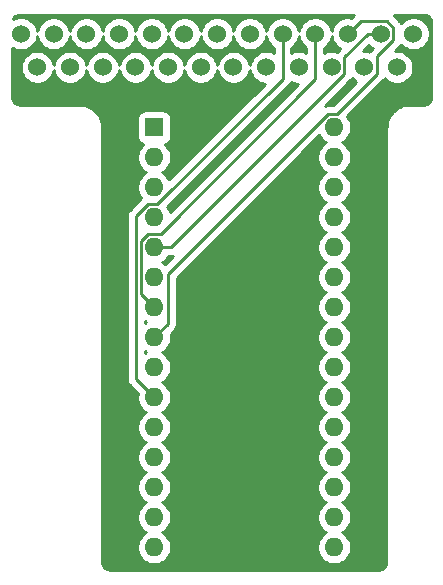
<source format=gtl>
%TF.GenerationSoftware,KiCad,Pcbnew,(5.1.6)-1*%
%TF.CreationDate,2020-09-18T20:45:58-04:00*%
%TF.ProjectId,grbl_adapter,6772626c-5f61-4646-9170-7465722e6b69,rev?*%
%TF.SameCoordinates,Original*%
%TF.FileFunction,Copper,L1,Top*%
%TF.FilePolarity,Positive*%
%FSLAX46Y46*%
G04 Gerber Fmt 4.6, Leading zero omitted, Abs format (unit mm)*
G04 Created by KiCad (PCBNEW (5.1.6)-1) date 2020-09-18 20:45:58*
%MOMM*%
%LPD*%
G01*
G04 APERTURE LIST*
%TA.AperFunction,ComponentPad*%
%ADD10C,1.524000*%
%TD*%
%TA.AperFunction,ComponentPad*%
%ADD11O,1.600000X1.600000*%
%TD*%
%TA.AperFunction,ComponentPad*%
%ADD12R,1.600000X1.600000*%
%TD*%
%TA.AperFunction,Conductor*%
%ADD13C,0.250000*%
%TD*%
%TA.AperFunction,NonConductor*%
%ADD14C,0.254000*%
%TD*%
G04 APERTURE END LIST*
D10*
%TO.P,U1,1*%
%TO.N,Net-(U1-Pad1)*%
X124599700Y-74625200D03*
%TO.P,U1,2*%
%TO.N,Net-(U1-Pad2)*%
X127368300Y-74625200D03*
%TO.P,U1,3*%
%TO.N,Net-(U1-Pad3)*%
X130136900Y-74625200D03*
%TO.P,U1,4*%
%TO.N,Net-(A0-Pad19)*%
X132905500Y-74625200D03*
%TO.P,U1,5*%
%TO.N,Net-(U1-Pad5)*%
X135674100Y-74625200D03*
%TO.P,U1,6*%
%TO.N,Net-(U1-Pad6)*%
X138442700Y-74625200D03*
%TO.P,U1,7*%
%TO.N,Net-(A0-Pad9)*%
X141211300Y-74625200D03*
%TO.P,U1,8*%
%TO.N,Net-(A0-Pad6)*%
X143979900Y-74625200D03*
%TO.P,U1,9*%
%TO.N,Net-(A0-Pad10)*%
X146748500Y-74625200D03*
%TO.P,U1,10*%
%TO.N,Net-(A0-Pad7)*%
X149517100Y-74625200D03*
%TO.P,U1,11*%
%TO.N,Net-(A0-Pad8)*%
X152285700Y-74625200D03*
%TO.P,U1,12*%
%TO.N,Net-(A0-Pad5)*%
X155054300Y-74625200D03*
%TO.P,U1,13*%
%TO.N,Net-(U1-Pad13)*%
X157822900Y-74625200D03*
%TO.P,U1,14*%
%TO.N,Net-(U1-Pad14)*%
X125984000Y-77470000D03*
%TO.P,U1,15*%
%TO.N,Net-(U1-Pad15)*%
X128752600Y-77470000D03*
%TO.P,U1,16*%
%TO.N,Net-(U1-Pad16)*%
X131521200Y-77470000D03*
%TO.P,U1,17*%
%TO.N,GND*%
X134289800Y-77470000D03*
%TO.P,U1,18*%
%TO.N,Net-(U1-Pad18)*%
X137058400Y-77470000D03*
%TO.P,U1,19*%
%TO.N,Net-(U1-Pad19)*%
X139827000Y-77470000D03*
%TO.P,U1,20*%
%TO.N,Net-(U1-Pad20)*%
X142595600Y-77470000D03*
%TO.P,U1,21*%
%TO.N,Net-(U1-Pad21)*%
X145364200Y-77470000D03*
%TO.P,U1,22*%
%TO.N,Net-(U1-Pad22)*%
X148132800Y-77470000D03*
%TO.P,U1,23*%
%TO.N,Net-(U1-Pad23)*%
X150901400Y-77470000D03*
%TO.P,U1,24*%
%TO.N,Net-(U1-Pad24)*%
X153670000Y-77470000D03*
%TO.P,U1,25*%
%TO.N,Net-(U1-Pad25)*%
X156438600Y-77470000D03*
%TD*%
D11*
%TO.P,A0,16*%
%TO.N,Net-(A0-Pad16)*%
X151130000Y-118110000D03*
%TO.P,A0,15*%
%TO.N,Net-(A0-Pad15)*%
X135890000Y-118110000D03*
%TO.P,A0,30*%
%TO.N,Net-(A0-Pad30)*%
X151130000Y-82550000D03*
%TO.P,A0,14*%
%TO.N,Net-(A0-Pad14)*%
X135890000Y-115570000D03*
%TO.P,A0,29*%
%TO.N,GND*%
X151130000Y-85090000D03*
%TO.P,A0,13*%
%TO.N,Net-(A0-Pad13)*%
X135890000Y-113030000D03*
%TO.P,A0,28*%
%TO.N,Net-(A0-Pad28)*%
X151130000Y-87630000D03*
%TO.P,A0,12*%
%TO.N,Net-(A0-Pad12)*%
X135890000Y-110490000D03*
%TO.P,A0,27*%
%TO.N,Net-(A0-Pad27)*%
X151130000Y-90170000D03*
%TO.P,A0,11*%
%TO.N,Net-(A0-Pad11)*%
X135890000Y-107950000D03*
%TO.P,A0,26*%
%TO.N,Net-(A0-Pad26)*%
X151130000Y-92710000D03*
%TO.P,A0,10*%
%TO.N,Net-(A0-Pad10)*%
X135890000Y-105410000D03*
%TO.P,A0,25*%
%TO.N,Net-(A0-Pad25)*%
X151130000Y-95250000D03*
%TO.P,A0,9*%
%TO.N,Net-(A0-Pad9)*%
X135890000Y-102870000D03*
%TO.P,A0,24*%
%TO.N,Net-(A0-Pad24)*%
X151130000Y-97790000D03*
%TO.P,A0,8*%
%TO.N,Net-(A0-Pad8)*%
X135890000Y-100330000D03*
%TO.P,A0,23*%
%TO.N,Net-(A0-Pad23)*%
X151130000Y-100330000D03*
%TO.P,A0,7*%
%TO.N,Net-(A0-Pad7)*%
X135890000Y-97790000D03*
%TO.P,A0,22*%
%TO.N,Net-(A0-Pad22)*%
X151130000Y-102870000D03*
%TO.P,A0,6*%
%TO.N,Net-(A0-Pad6)*%
X135890000Y-95250000D03*
%TO.P,A0,21*%
%TO.N,Net-(A0-Pad21)*%
X151130000Y-105410000D03*
%TO.P,A0,5*%
%TO.N,Net-(A0-Pad5)*%
X135890000Y-92710000D03*
%TO.P,A0,20*%
%TO.N,Net-(A0-Pad20)*%
X151130000Y-107950000D03*
%TO.P,A0,4*%
%TO.N,GND*%
X135890000Y-90170000D03*
%TO.P,A0,19*%
%TO.N,Net-(A0-Pad19)*%
X151130000Y-110490000D03*
%TO.P,A0,3*%
%TO.N,Net-(A0-Pad3)*%
X135890000Y-87630000D03*
%TO.P,A0,18*%
%TO.N,Net-(A0-Pad18)*%
X151130000Y-113030000D03*
%TO.P,A0,2*%
%TO.N,Net-(A0-Pad2)*%
X135890000Y-85090000D03*
%TO.P,A0,17*%
%TO.N,Net-(A0-Pad17)*%
X151130000Y-115570000D03*
D12*
%TO.P,A0,1*%
%TO.N,Net-(A0-Pad1)*%
X135890000Y-82550000D03*
%TD*%
D13*
%TO.N,Net-(A0-Pad10)*%
X135349999Y-89044999D02*
X134314990Y-90080008D01*
X134314990Y-103834990D02*
X135890000Y-105410000D01*
X134314990Y-90080008D02*
X134314990Y-103834990D01*
X136140003Y-89044999D02*
X135349999Y-89044999D01*
X146748500Y-78436502D02*
X136140003Y-89044999D01*
X146748500Y-74625200D02*
X146748500Y-78436502D01*
%TO.N,Net-(A0-Pad8)*%
X150589999Y-81424999D02*
X137015001Y-94999997D01*
X151323763Y-81424999D02*
X150589999Y-81424999D01*
X137015001Y-99204999D02*
X135890000Y-100330000D01*
X154757001Y-77991761D02*
X151323763Y-81424999D01*
X154757001Y-76531261D02*
X154757001Y-77991761D01*
X156141301Y-75146961D02*
X154757001Y-76531261D01*
X156141301Y-74103439D02*
X156141301Y-75146961D01*
X137015001Y-94999997D02*
X137015001Y-99204999D01*
X155576061Y-73538199D02*
X156141301Y-74103439D01*
X153372701Y-73538199D02*
X155576061Y-73538199D01*
X152285700Y-74625200D02*
X153372701Y-73538199D01*
%TO.N,Net-(A0-Pad7)*%
X134764999Y-96664999D02*
X135890000Y-97790000D01*
X134764999Y-92169999D02*
X134764999Y-96664999D01*
X135349999Y-91584999D02*
X134764999Y-92169999D01*
X136430001Y-91584999D02*
X135349999Y-91584999D01*
X149517100Y-78497900D02*
X136430001Y-91584999D01*
X149517100Y-74625200D02*
X149517100Y-78497900D01*
%TO.N,Net-(A0-Pad5)*%
X137270162Y-92710000D02*
X135890000Y-92710000D01*
X151988401Y-77991761D02*
X137270162Y-92710000D01*
X151988401Y-76613469D02*
X151988401Y-77991761D01*
X153976670Y-74625200D02*
X151988401Y-76613469D01*
X155054300Y-74625200D02*
X153976670Y-74625200D01*
%TD*%
D14*
G36*
X158867869Y-73064722D02*
G01*
X158981246Y-73098953D01*
X159085819Y-73154555D01*
X159177596Y-73229407D01*
X159253091Y-73320664D01*
X159309419Y-73424844D01*
X159344440Y-73537976D01*
X159360001Y-73686031D01*
X159360000Y-79977721D01*
X159345278Y-80127869D01*
X159311047Y-80241246D01*
X159255446Y-80345817D01*
X159180594Y-80437595D01*
X159089335Y-80513091D01*
X158985160Y-80569419D01*
X158872024Y-80604440D01*
X158723979Y-80620000D01*
X157447581Y-80620000D01*
X157419135Y-80622802D01*
X157411318Y-80622747D01*
X157402147Y-80623646D01*
X157155644Y-80649554D01*
X157097028Y-80661586D01*
X157038284Y-80672792D01*
X157029462Y-80675456D01*
X156792686Y-80748751D01*
X156737555Y-80771926D01*
X156682080Y-80794339D01*
X156673944Y-80798666D01*
X156455914Y-80916554D01*
X156406346Y-80949988D01*
X156356265Y-80982760D01*
X156349124Y-80988584D01*
X156158144Y-81146577D01*
X156116005Y-81189012D01*
X156073255Y-81230875D01*
X156067381Y-81237976D01*
X155910727Y-81430054D01*
X155877655Y-81479831D01*
X155843826Y-81529237D01*
X155839444Y-81537343D01*
X155723081Y-81756191D01*
X155700298Y-81811468D01*
X155676721Y-81866475D01*
X155673997Y-81875278D01*
X155602357Y-82112559D01*
X155590736Y-82171246D01*
X155578300Y-82229752D01*
X155577337Y-82238917D01*
X155553150Y-82485595D01*
X155553150Y-82485608D01*
X155550001Y-82517581D01*
X155550000Y-119347721D01*
X155535278Y-119497869D01*
X155501047Y-119611246D01*
X155445446Y-119715817D01*
X155370594Y-119807595D01*
X155279335Y-119883091D01*
X155175160Y-119939419D01*
X155062024Y-119974440D01*
X154913979Y-119990000D01*
X132112279Y-119990000D01*
X131962131Y-119975278D01*
X131848754Y-119941047D01*
X131744183Y-119885446D01*
X131652405Y-119810594D01*
X131576909Y-119719335D01*
X131520581Y-119615160D01*
X131485560Y-119502024D01*
X131470000Y-119353979D01*
X131470000Y-82517581D01*
X131467198Y-82489135D01*
X131467253Y-82481318D01*
X131466354Y-82472147D01*
X131440446Y-82225644D01*
X131428414Y-82167028D01*
X131417208Y-82108284D01*
X131414544Y-82099462D01*
X131341249Y-81862686D01*
X131318074Y-81807555D01*
X131295661Y-81752080D01*
X131291334Y-81743944D01*
X131173446Y-81525914D01*
X131140012Y-81476346D01*
X131107240Y-81426265D01*
X131101416Y-81419124D01*
X130943423Y-81228144D01*
X130900988Y-81186005D01*
X130859125Y-81143255D01*
X130852024Y-81137381D01*
X130659946Y-80980727D01*
X130610169Y-80947655D01*
X130560763Y-80913826D01*
X130552657Y-80909444D01*
X130333809Y-80793081D01*
X130278532Y-80770298D01*
X130223525Y-80746721D01*
X130214722Y-80743997D01*
X129977441Y-80672357D01*
X129918754Y-80660736D01*
X129860248Y-80648300D01*
X129851085Y-80647337D01*
X129851083Y-80647337D01*
X129604405Y-80623150D01*
X129604402Y-80623150D01*
X129572419Y-80620000D01*
X124492279Y-80620000D01*
X124342131Y-80605278D01*
X124228754Y-80571047D01*
X124124183Y-80515446D01*
X124032405Y-80440594D01*
X123956909Y-80349335D01*
X123900581Y-80245160D01*
X123865560Y-80132024D01*
X123850000Y-79983979D01*
X123850000Y-75804423D01*
X123937973Y-75863205D01*
X124192210Y-75968514D01*
X124462108Y-76022200D01*
X124737292Y-76022200D01*
X125007190Y-75968514D01*
X125261427Y-75863205D01*
X125490235Y-75710320D01*
X125684820Y-75515735D01*
X125837705Y-75286927D01*
X125943014Y-75032690D01*
X125984000Y-74826639D01*
X126024986Y-75032690D01*
X126130295Y-75286927D01*
X126283180Y-75515735D01*
X126477765Y-75710320D01*
X126706573Y-75863205D01*
X126960810Y-75968514D01*
X127230708Y-76022200D01*
X127505892Y-76022200D01*
X127775790Y-75968514D01*
X128030027Y-75863205D01*
X128258835Y-75710320D01*
X128453420Y-75515735D01*
X128606305Y-75286927D01*
X128711614Y-75032690D01*
X128752600Y-74826639D01*
X128793586Y-75032690D01*
X128898895Y-75286927D01*
X129051780Y-75515735D01*
X129246365Y-75710320D01*
X129475173Y-75863205D01*
X129729410Y-75968514D01*
X129999308Y-76022200D01*
X130274492Y-76022200D01*
X130544390Y-75968514D01*
X130798627Y-75863205D01*
X131027435Y-75710320D01*
X131222020Y-75515735D01*
X131374905Y-75286927D01*
X131480214Y-75032690D01*
X131521200Y-74826639D01*
X131562186Y-75032690D01*
X131667495Y-75286927D01*
X131820380Y-75515735D01*
X132014965Y-75710320D01*
X132243773Y-75863205D01*
X132498010Y-75968514D01*
X132767908Y-76022200D01*
X133043092Y-76022200D01*
X133312990Y-75968514D01*
X133567227Y-75863205D01*
X133796035Y-75710320D01*
X133990620Y-75515735D01*
X134143505Y-75286927D01*
X134248814Y-75032690D01*
X134289800Y-74826639D01*
X134330786Y-75032690D01*
X134436095Y-75286927D01*
X134588980Y-75515735D01*
X134783565Y-75710320D01*
X135012373Y-75863205D01*
X135266610Y-75968514D01*
X135536508Y-76022200D01*
X135811692Y-76022200D01*
X136081590Y-75968514D01*
X136335827Y-75863205D01*
X136564635Y-75710320D01*
X136759220Y-75515735D01*
X136912105Y-75286927D01*
X137017414Y-75032690D01*
X137058400Y-74826639D01*
X137099386Y-75032690D01*
X137204695Y-75286927D01*
X137357580Y-75515735D01*
X137552165Y-75710320D01*
X137780973Y-75863205D01*
X138035210Y-75968514D01*
X138305108Y-76022200D01*
X138580292Y-76022200D01*
X138850190Y-75968514D01*
X139104427Y-75863205D01*
X139333235Y-75710320D01*
X139527820Y-75515735D01*
X139680705Y-75286927D01*
X139786014Y-75032690D01*
X139827000Y-74826639D01*
X139867986Y-75032690D01*
X139973295Y-75286927D01*
X140126180Y-75515735D01*
X140320765Y-75710320D01*
X140549573Y-75863205D01*
X140803810Y-75968514D01*
X141073708Y-76022200D01*
X141348892Y-76022200D01*
X141618790Y-75968514D01*
X141873027Y-75863205D01*
X142101835Y-75710320D01*
X142296420Y-75515735D01*
X142449305Y-75286927D01*
X142554614Y-75032690D01*
X142595600Y-74826639D01*
X142636586Y-75032690D01*
X142741895Y-75286927D01*
X142894780Y-75515735D01*
X143089365Y-75710320D01*
X143318173Y-75863205D01*
X143572410Y-75968514D01*
X143842308Y-76022200D01*
X144117492Y-76022200D01*
X144387390Y-75968514D01*
X144641627Y-75863205D01*
X144870435Y-75710320D01*
X145065020Y-75515735D01*
X145217905Y-75286927D01*
X145323214Y-75032690D01*
X145364200Y-74826639D01*
X145405186Y-75032690D01*
X145510495Y-75286927D01*
X145663380Y-75515735D01*
X145857965Y-75710320D01*
X145988500Y-75797541D01*
X145988500Y-76216492D01*
X145771690Y-76126686D01*
X145501792Y-76073000D01*
X145226608Y-76073000D01*
X144956710Y-76126686D01*
X144702473Y-76231995D01*
X144473665Y-76384880D01*
X144279080Y-76579465D01*
X144126195Y-76808273D01*
X144020886Y-77062510D01*
X143979900Y-77268561D01*
X143938914Y-77062510D01*
X143833605Y-76808273D01*
X143680720Y-76579465D01*
X143486135Y-76384880D01*
X143257327Y-76231995D01*
X143003090Y-76126686D01*
X142733192Y-76073000D01*
X142458008Y-76073000D01*
X142188110Y-76126686D01*
X141933873Y-76231995D01*
X141705065Y-76384880D01*
X141510480Y-76579465D01*
X141357595Y-76808273D01*
X141252286Y-77062510D01*
X141211300Y-77268561D01*
X141170314Y-77062510D01*
X141065005Y-76808273D01*
X140912120Y-76579465D01*
X140717535Y-76384880D01*
X140488727Y-76231995D01*
X140234490Y-76126686D01*
X139964592Y-76073000D01*
X139689408Y-76073000D01*
X139419510Y-76126686D01*
X139165273Y-76231995D01*
X138936465Y-76384880D01*
X138741880Y-76579465D01*
X138588995Y-76808273D01*
X138483686Y-77062510D01*
X138442700Y-77268561D01*
X138401714Y-77062510D01*
X138296405Y-76808273D01*
X138143520Y-76579465D01*
X137948935Y-76384880D01*
X137720127Y-76231995D01*
X137465890Y-76126686D01*
X137195992Y-76073000D01*
X136920808Y-76073000D01*
X136650910Y-76126686D01*
X136396673Y-76231995D01*
X136167865Y-76384880D01*
X135973280Y-76579465D01*
X135820395Y-76808273D01*
X135715086Y-77062510D01*
X135674100Y-77268561D01*
X135633114Y-77062510D01*
X135527805Y-76808273D01*
X135374920Y-76579465D01*
X135180335Y-76384880D01*
X134951527Y-76231995D01*
X134697290Y-76126686D01*
X134427392Y-76073000D01*
X134152208Y-76073000D01*
X133882310Y-76126686D01*
X133628073Y-76231995D01*
X133399265Y-76384880D01*
X133204680Y-76579465D01*
X133051795Y-76808273D01*
X132946486Y-77062510D01*
X132905500Y-77268561D01*
X132864514Y-77062510D01*
X132759205Y-76808273D01*
X132606320Y-76579465D01*
X132411735Y-76384880D01*
X132182927Y-76231995D01*
X131928690Y-76126686D01*
X131658792Y-76073000D01*
X131383608Y-76073000D01*
X131113710Y-76126686D01*
X130859473Y-76231995D01*
X130630665Y-76384880D01*
X130436080Y-76579465D01*
X130283195Y-76808273D01*
X130177886Y-77062510D01*
X130136900Y-77268561D01*
X130095914Y-77062510D01*
X129990605Y-76808273D01*
X129837720Y-76579465D01*
X129643135Y-76384880D01*
X129414327Y-76231995D01*
X129160090Y-76126686D01*
X128890192Y-76073000D01*
X128615008Y-76073000D01*
X128345110Y-76126686D01*
X128090873Y-76231995D01*
X127862065Y-76384880D01*
X127667480Y-76579465D01*
X127514595Y-76808273D01*
X127409286Y-77062510D01*
X127368300Y-77268561D01*
X127327314Y-77062510D01*
X127222005Y-76808273D01*
X127069120Y-76579465D01*
X126874535Y-76384880D01*
X126645727Y-76231995D01*
X126391490Y-76126686D01*
X126121592Y-76073000D01*
X125846408Y-76073000D01*
X125576510Y-76126686D01*
X125322273Y-76231995D01*
X125093465Y-76384880D01*
X124898880Y-76579465D01*
X124745995Y-76808273D01*
X124640686Y-77062510D01*
X124587000Y-77332408D01*
X124587000Y-77607592D01*
X124640686Y-77877490D01*
X124745995Y-78131727D01*
X124898880Y-78360535D01*
X125093465Y-78555120D01*
X125322273Y-78708005D01*
X125576510Y-78813314D01*
X125846408Y-78867000D01*
X126121592Y-78867000D01*
X126391490Y-78813314D01*
X126645727Y-78708005D01*
X126874535Y-78555120D01*
X127069120Y-78360535D01*
X127222005Y-78131727D01*
X127327314Y-77877490D01*
X127368300Y-77671439D01*
X127409286Y-77877490D01*
X127514595Y-78131727D01*
X127667480Y-78360535D01*
X127862065Y-78555120D01*
X128090873Y-78708005D01*
X128345110Y-78813314D01*
X128615008Y-78867000D01*
X128890192Y-78867000D01*
X129160090Y-78813314D01*
X129414327Y-78708005D01*
X129643135Y-78555120D01*
X129837720Y-78360535D01*
X129990605Y-78131727D01*
X130095914Y-77877490D01*
X130136900Y-77671439D01*
X130177886Y-77877490D01*
X130283195Y-78131727D01*
X130436080Y-78360535D01*
X130630665Y-78555120D01*
X130859473Y-78708005D01*
X131113710Y-78813314D01*
X131383608Y-78867000D01*
X131658792Y-78867000D01*
X131928690Y-78813314D01*
X132182927Y-78708005D01*
X132411735Y-78555120D01*
X132606320Y-78360535D01*
X132759205Y-78131727D01*
X132864514Y-77877490D01*
X132905500Y-77671439D01*
X132946486Y-77877490D01*
X133051795Y-78131727D01*
X133204680Y-78360535D01*
X133399265Y-78555120D01*
X133628073Y-78708005D01*
X133882310Y-78813314D01*
X134152208Y-78867000D01*
X134427392Y-78867000D01*
X134697290Y-78813314D01*
X134951527Y-78708005D01*
X135180335Y-78555120D01*
X135374920Y-78360535D01*
X135527805Y-78131727D01*
X135633114Y-77877490D01*
X135674100Y-77671439D01*
X135715086Y-77877490D01*
X135820395Y-78131727D01*
X135973280Y-78360535D01*
X136167865Y-78555120D01*
X136396673Y-78708005D01*
X136650910Y-78813314D01*
X136920808Y-78867000D01*
X137195992Y-78867000D01*
X137465890Y-78813314D01*
X137720127Y-78708005D01*
X137948935Y-78555120D01*
X138143520Y-78360535D01*
X138296405Y-78131727D01*
X138401714Y-77877490D01*
X138442700Y-77671439D01*
X138483686Y-77877490D01*
X138588995Y-78131727D01*
X138741880Y-78360535D01*
X138936465Y-78555120D01*
X139165273Y-78708005D01*
X139419510Y-78813314D01*
X139689408Y-78867000D01*
X139964592Y-78867000D01*
X140234490Y-78813314D01*
X140488727Y-78708005D01*
X140717535Y-78555120D01*
X140912120Y-78360535D01*
X141065005Y-78131727D01*
X141170314Y-77877490D01*
X141211300Y-77671439D01*
X141252286Y-77877490D01*
X141357595Y-78131727D01*
X141510480Y-78360535D01*
X141705065Y-78555120D01*
X141933873Y-78708005D01*
X142188110Y-78813314D01*
X142458008Y-78867000D01*
X142733192Y-78867000D01*
X143003090Y-78813314D01*
X143257327Y-78708005D01*
X143486135Y-78555120D01*
X143680720Y-78360535D01*
X143833605Y-78131727D01*
X143938914Y-77877490D01*
X143979900Y-77671439D01*
X144020886Y-77877490D01*
X144126195Y-78131727D01*
X144279080Y-78360535D01*
X144473665Y-78555120D01*
X144702473Y-78708005D01*
X144956710Y-78813314D01*
X145226608Y-78867000D01*
X145243200Y-78867000D01*
X137160978Y-86949223D01*
X137004637Y-86715241D01*
X136804759Y-86515363D01*
X136572241Y-86360000D01*
X136804759Y-86204637D01*
X137004637Y-86004759D01*
X137161680Y-85769727D01*
X137269853Y-85508574D01*
X137325000Y-85231335D01*
X137325000Y-84948665D01*
X137269853Y-84671426D01*
X137161680Y-84410273D01*
X137004637Y-84175241D01*
X136806039Y-83976643D01*
X136814482Y-83975812D01*
X136934180Y-83939502D01*
X137044494Y-83880537D01*
X137141185Y-83801185D01*
X137220537Y-83704494D01*
X137279502Y-83594180D01*
X137315812Y-83474482D01*
X137328072Y-83350000D01*
X137328072Y-81750000D01*
X137315812Y-81625518D01*
X137279502Y-81505820D01*
X137220537Y-81395506D01*
X137141185Y-81298815D01*
X137044494Y-81219463D01*
X136934180Y-81160498D01*
X136814482Y-81124188D01*
X136690000Y-81111928D01*
X135090000Y-81111928D01*
X134965518Y-81124188D01*
X134845820Y-81160498D01*
X134735506Y-81219463D01*
X134638815Y-81298815D01*
X134559463Y-81395506D01*
X134500498Y-81505820D01*
X134464188Y-81625518D01*
X134451928Y-81750000D01*
X134451928Y-83350000D01*
X134464188Y-83474482D01*
X134500498Y-83594180D01*
X134559463Y-83704494D01*
X134638815Y-83801185D01*
X134735506Y-83880537D01*
X134845820Y-83939502D01*
X134965518Y-83975812D01*
X134973961Y-83976643D01*
X134775363Y-84175241D01*
X134618320Y-84410273D01*
X134510147Y-84671426D01*
X134455000Y-84948665D01*
X134455000Y-85231335D01*
X134510147Y-85508574D01*
X134618320Y-85769727D01*
X134775363Y-86004759D01*
X134975241Y-86204637D01*
X135207759Y-86360000D01*
X134975241Y-86515363D01*
X134775363Y-86715241D01*
X134618320Y-86950273D01*
X134510147Y-87211426D01*
X134455000Y-87488665D01*
X134455000Y-87771335D01*
X134510147Y-88048574D01*
X134618320Y-88309727D01*
X134775363Y-88544759D01*
X134775400Y-88544796D01*
X133803992Y-89516204D01*
X133774989Y-89540007D01*
X133738065Y-89585000D01*
X133680016Y-89655732D01*
X133667059Y-89679973D01*
X133609444Y-89787762D01*
X133565987Y-89931023D01*
X133554990Y-90042676D01*
X133554990Y-90042686D01*
X133551314Y-90080008D01*
X133554990Y-90117330D01*
X133554991Y-103797658D01*
X133551314Y-103834990D01*
X133565988Y-103983975D01*
X133609444Y-104127236D01*
X133680016Y-104259266D01*
X133751191Y-104345992D01*
X133774990Y-104374991D01*
X133803988Y-104398789D01*
X134491312Y-105086114D01*
X134455000Y-105268665D01*
X134455000Y-105551335D01*
X134510147Y-105828574D01*
X134618320Y-106089727D01*
X134775363Y-106324759D01*
X134975241Y-106524637D01*
X135207759Y-106680000D01*
X134975241Y-106835363D01*
X134775363Y-107035241D01*
X134618320Y-107270273D01*
X134510147Y-107531426D01*
X134455000Y-107808665D01*
X134455000Y-108091335D01*
X134510147Y-108368574D01*
X134618320Y-108629727D01*
X134775363Y-108864759D01*
X134975241Y-109064637D01*
X135207759Y-109220000D01*
X134975241Y-109375363D01*
X134775363Y-109575241D01*
X134618320Y-109810273D01*
X134510147Y-110071426D01*
X134455000Y-110348665D01*
X134455000Y-110631335D01*
X134510147Y-110908574D01*
X134618320Y-111169727D01*
X134775363Y-111404759D01*
X134975241Y-111604637D01*
X135207759Y-111760000D01*
X134975241Y-111915363D01*
X134775363Y-112115241D01*
X134618320Y-112350273D01*
X134510147Y-112611426D01*
X134455000Y-112888665D01*
X134455000Y-113171335D01*
X134510147Y-113448574D01*
X134618320Y-113709727D01*
X134775363Y-113944759D01*
X134975241Y-114144637D01*
X135207759Y-114300000D01*
X134975241Y-114455363D01*
X134775363Y-114655241D01*
X134618320Y-114890273D01*
X134510147Y-115151426D01*
X134455000Y-115428665D01*
X134455000Y-115711335D01*
X134510147Y-115988574D01*
X134618320Y-116249727D01*
X134775363Y-116484759D01*
X134975241Y-116684637D01*
X135207759Y-116840000D01*
X134975241Y-116995363D01*
X134775363Y-117195241D01*
X134618320Y-117430273D01*
X134510147Y-117691426D01*
X134455000Y-117968665D01*
X134455000Y-118251335D01*
X134510147Y-118528574D01*
X134618320Y-118789727D01*
X134775363Y-119024759D01*
X134975241Y-119224637D01*
X135210273Y-119381680D01*
X135471426Y-119489853D01*
X135748665Y-119545000D01*
X136031335Y-119545000D01*
X136308574Y-119489853D01*
X136569727Y-119381680D01*
X136804759Y-119224637D01*
X137004637Y-119024759D01*
X137161680Y-118789727D01*
X137269853Y-118528574D01*
X137325000Y-118251335D01*
X137325000Y-117968665D01*
X137269853Y-117691426D01*
X137161680Y-117430273D01*
X137004637Y-117195241D01*
X136804759Y-116995363D01*
X136572241Y-116840000D01*
X136804759Y-116684637D01*
X137004637Y-116484759D01*
X137161680Y-116249727D01*
X137269853Y-115988574D01*
X137325000Y-115711335D01*
X137325000Y-115428665D01*
X137269853Y-115151426D01*
X137161680Y-114890273D01*
X137004637Y-114655241D01*
X136804759Y-114455363D01*
X136572241Y-114300000D01*
X136804759Y-114144637D01*
X137004637Y-113944759D01*
X137161680Y-113709727D01*
X137269853Y-113448574D01*
X137325000Y-113171335D01*
X137325000Y-112888665D01*
X137269853Y-112611426D01*
X137161680Y-112350273D01*
X137004637Y-112115241D01*
X136804759Y-111915363D01*
X136572241Y-111760000D01*
X136804759Y-111604637D01*
X137004637Y-111404759D01*
X137161680Y-111169727D01*
X137269853Y-110908574D01*
X137325000Y-110631335D01*
X137325000Y-110348665D01*
X137269853Y-110071426D01*
X137161680Y-109810273D01*
X137004637Y-109575241D01*
X136804759Y-109375363D01*
X136572241Y-109220000D01*
X136804759Y-109064637D01*
X137004637Y-108864759D01*
X137161680Y-108629727D01*
X137269853Y-108368574D01*
X137325000Y-108091335D01*
X137325000Y-107808665D01*
X137269853Y-107531426D01*
X137161680Y-107270273D01*
X137004637Y-107035241D01*
X136804759Y-106835363D01*
X136572241Y-106680000D01*
X136804759Y-106524637D01*
X137004637Y-106324759D01*
X137161680Y-106089727D01*
X137269853Y-105828574D01*
X137325000Y-105551335D01*
X137325000Y-105268665D01*
X137269853Y-104991426D01*
X137161680Y-104730273D01*
X137004637Y-104495241D01*
X136804759Y-104295363D01*
X136572241Y-104140000D01*
X136804759Y-103984637D01*
X137004637Y-103784759D01*
X137161680Y-103549727D01*
X137269853Y-103288574D01*
X137325000Y-103011335D01*
X137325000Y-102728665D01*
X137269853Y-102451426D01*
X137161680Y-102190273D01*
X137004637Y-101955241D01*
X136804759Y-101755363D01*
X136572241Y-101600000D01*
X136804759Y-101444637D01*
X137004637Y-101244759D01*
X137161680Y-101009727D01*
X137269853Y-100748574D01*
X137325000Y-100471335D01*
X137325000Y-100188665D01*
X137288688Y-100006114D01*
X137526004Y-99768798D01*
X137555002Y-99745000D01*
X137649975Y-99629275D01*
X137720547Y-99497246D01*
X137764004Y-99353985D01*
X137775001Y-99242332D01*
X137775001Y-99242324D01*
X137778677Y-99204999D01*
X137775001Y-99167674D01*
X137775001Y-95314798D01*
X149859022Y-83230778D01*
X150015363Y-83464759D01*
X150215241Y-83664637D01*
X150447759Y-83820000D01*
X150215241Y-83975363D01*
X150015363Y-84175241D01*
X149858320Y-84410273D01*
X149750147Y-84671426D01*
X149695000Y-84948665D01*
X149695000Y-85231335D01*
X149750147Y-85508574D01*
X149858320Y-85769727D01*
X150015363Y-86004759D01*
X150215241Y-86204637D01*
X150447759Y-86360000D01*
X150215241Y-86515363D01*
X150015363Y-86715241D01*
X149858320Y-86950273D01*
X149750147Y-87211426D01*
X149695000Y-87488665D01*
X149695000Y-87771335D01*
X149750147Y-88048574D01*
X149858320Y-88309727D01*
X150015363Y-88544759D01*
X150215241Y-88744637D01*
X150447759Y-88900000D01*
X150215241Y-89055363D01*
X150015363Y-89255241D01*
X149858320Y-89490273D01*
X149750147Y-89751426D01*
X149695000Y-90028665D01*
X149695000Y-90311335D01*
X149750147Y-90588574D01*
X149858320Y-90849727D01*
X150015363Y-91084759D01*
X150215241Y-91284637D01*
X150447759Y-91440000D01*
X150215241Y-91595363D01*
X150015363Y-91795241D01*
X149858320Y-92030273D01*
X149750147Y-92291426D01*
X149695000Y-92568665D01*
X149695000Y-92851335D01*
X149750147Y-93128574D01*
X149858320Y-93389727D01*
X150015363Y-93624759D01*
X150215241Y-93824637D01*
X150447759Y-93980000D01*
X150215241Y-94135363D01*
X150015363Y-94335241D01*
X149858320Y-94570273D01*
X149750147Y-94831426D01*
X149695000Y-95108665D01*
X149695000Y-95391335D01*
X149750147Y-95668574D01*
X149858320Y-95929727D01*
X150015363Y-96164759D01*
X150215241Y-96364637D01*
X150447759Y-96520000D01*
X150215241Y-96675363D01*
X150015363Y-96875241D01*
X149858320Y-97110273D01*
X149750147Y-97371426D01*
X149695000Y-97648665D01*
X149695000Y-97931335D01*
X149750147Y-98208574D01*
X149858320Y-98469727D01*
X150015363Y-98704759D01*
X150215241Y-98904637D01*
X150447759Y-99060000D01*
X150215241Y-99215363D01*
X150015363Y-99415241D01*
X149858320Y-99650273D01*
X149750147Y-99911426D01*
X149695000Y-100188665D01*
X149695000Y-100471335D01*
X149750147Y-100748574D01*
X149858320Y-101009727D01*
X150015363Y-101244759D01*
X150215241Y-101444637D01*
X150447759Y-101600000D01*
X150215241Y-101755363D01*
X150015363Y-101955241D01*
X149858320Y-102190273D01*
X149750147Y-102451426D01*
X149695000Y-102728665D01*
X149695000Y-103011335D01*
X149750147Y-103288574D01*
X149858320Y-103549727D01*
X150015363Y-103784759D01*
X150215241Y-103984637D01*
X150447759Y-104140000D01*
X150215241Y-104295363D01*
X150015363Y-104495241D01*
X149858320Y-104730273D01*
X149750147Y-104991426D01*
X149695000Y-105268665D01*
X149695000Y-105551335D01*
X149750147Y-105828574D01*
X149858320Y-106089727D01*
X150015363Y-106324759D01*
X150215241Y-106524637D01*
X150447759Y-106680000D01*
X150215241Y-106835363D01*
X150015363Y-107035241D01*
X149858320Y-107270273D01*
X149750147Y-107531426D01*
X149695000Y-107808665D01*
X149695000Y-108091335D01*
X149750147Y-108368574D01*
X149858320Y-108629727D01*
X150015363Y-108864759D01*
X150215241Y-109064637D01*
X150447759Y-109220000D01*
X150215241Y-109375363D01*
X150015363Y-109575241D01*
X149858320Y-109810273D01*
X149750147Y-110071426D01*
X149695000Y-110348665D01*
X149695000Y-110631335D01*
X149750147Y-110908574D01*
X149858320Y-111169727D01*
X150015363Y-111404759D01*
X150215241Y-111604637D01*
X150447759Y-111760000D01*
X150215241Y-111915363D01*
X150015363Y-112115241D01*
X149858320Y-112350273D01*
X149750147Y-112611426D01*
X149695000Y-112888665D01*
X149695000Y-113171335D01*
X149750147Y-113448574D01*
X149858320Y-113709727D01*
X150015363Y-113944759D01*
X150215241Y-114144637D01*
X150447759Y-114300000D01*
X150215241Y-114455363D01*
X150015363Y-114655241D01*
X149858320Y-114890273D01*
X149750147Y-115151426D01*
X149695000Y-115428665D01*
X149695000Y-115711335D01*
X149750147Y-115988574D01*
X149858320Y-116249727D01*
X150015363Y-116484759D01*
X150215241Y-116684637D01*
X150447759Y-116840000D01*
X150215241Y-116995363D01*
X150015363Y-117195241D01*
X149858320Y-117430273D01*
X149750147Y-117691426D01*
X149695000Y-117968665D01*
X149695000Y-118251335D01*
X149750147Y-118528574D01*
X149858320Y-118789727D01*
X150015363Y-119024759D01*
X150215241Y-119224637D01*
X150450273Y-119381680D01*
X150711426Y-119489853D01*
X150988665Y-119545000D01*
X151271335Y-119545000D01*
X151548574Y-119489853D01*
X151809727Y-119381680D01*
X152044759Y-119224637D01*
X152244637Y-119024759D01*
X152401680Y-118789727D01*
X152509853Y-118528574D01*
X152565000Y-118251335D01*
X152565000Y-117968665D01*
X152509853Y-117691426D01*
X152401680Y-117430273D01*
X152244637Y-117195241D01*
X152044759Y-116995363D01*
X151812241Y-116840000D01*
X152044759Y-116684637D01*
X152244637Y-116484759D01*
X152401680Y-116249727D01*
X152509853Y-115988574D01*
X152565000Y-115711335D01*
X152565000Y-115428665D01*
X152509853Y-115151426D01*
X152401680Y-114890273D01*
X152244637Y-114655241D01*
X152044759Y-114455363D01*
X151812241Y-114300000D01*
X152044759Y-114144637D01*
X152244637Y-113944759D01*
X152401680Y-113709727D01*
X152509853Y-113448574D01*
X152565000Y-113171335D01*
X152565000Y-112888665D01*
X152509853Y-112611426D01*
X152401680Y-112350273D01*
X152244637Y-112115241D01*
X152044759Y-111915363D01*
X151812241Y-111760000D01*
X152044759Y-111604637D01*
X152244637Y-111404759D01*
X152401680Y-111169727D01*
X152509853Y-110908574D01*
X152565000Y-110631335D01*
X152565000Y-110348665D01*
X152509853Y-110071426D01*
X152401680Y-109810273D01*
X152244637Y-109575241D01*
X152044759Y-109375363D01*
X151812241Y-109220000D01*
X152044759Y-109064637D01*
X152244637Y-108864759D01*
X152401680Y-108629727D01*
X152509853Y-108368574D01*
X152565000Y-108091335D01*
X152565000Y-107808665D01*
X152509853Y-107531426D01*
X152401680Y-107270273D01*
X152244637Y-107035241D01*
X152044759Y-106835363D01*
X151812241Y-106680000D01*
X152044759Y-106524637D01*
X152244637Y-106324759D01*
X152401680Y-106089727D01*
X152509853Y-105828574D01*
X152565000Y-105551335D01*
X152565000Y-105268665D01*
X152509853Y-104991426D01*
X152401680Y-104730273D01*
X152244637Y-104495241D01*
X152044759Y-104295363D01*
X151812241Y-104140000D01*
X152044759Y-103984637D01*
X152244637Y-103784759D01*
X152401680Y-103549727D01*
X152509853Y-103288574D01*
X152565000Y-103011335D01*
X152565000Y-102728665D01*
X152509853Y-102451426D01*
X152401680Y-102190273D01*
X152244637Y-101955241D01*
X152044759Y-101755363D01*
X151812241Y-101600000D01*
X152044759Y-101444637D01*
X152244637Y-101244759D01*
X152401680Y-101009727D01*
X152509853Y-100748574D01*
X152565000Y-100471335D01*
X152565000Y-100188665D01*
X152509853Y-99911426D01*
X152401680Y-99650273D01*
X152244637Y-99415241D01*
X152044759Y-99215363D01*
X151812241Y-99060000D01*
X152044759Y-98904637D01*
X152244637Y-98704759D01*
X152401680Y-98469727D01*
X152509853Y-98208574D01*
X152565000Y-97931335D01*
X152565000Y-97648665D01*
X152509853Y-97371426D01*
X152401680Y-97110273D01*
X152244637Y-96875241D01*
X152044759Y-96675363D01*
X151812241Y-96520000D01*
X152044759Y-96364637D01*
X152244637Y-96164759D01*
X152401680Y-95929727D01*
X152509853Y-95668574D01*
X152565000Y-95391335D01*
X152565000Y-95108665D01*
X152509853Y-94831426D01*
X152401680Y-94570273D01*
X152244637Y-94335241D01*
X152044759Y-94135363D01*
X151812241Y-93980000D01*
X152044759Y-93824637D01*
X152244637Y-93624759D01*
X152401680Y-93389727D01*
X152509853Y-93128574D01*
X152565000Y-92851335D01*
X152565000Y-92568665D01*
X152509853Y-92291426D01*
X152401680Y-92030273D01*
X152244637Y-91795241D01*
X152044759Y-91595363D01*
X151812241Y-91440000D01*
X152044759Y-91284637D01*
X152244637Y-91084759D01*
X152401680Y-90849727D01*
X152509853Y-90588574D01*
X152565000Y-90311335D01*
X152565000Y-90028665D01*
X152509853Y-89751426D01*
X152401680Y-89490273D01*
X152244637Y-89255241D01*
X152044759Y-89055363D01*
X151812241Y-88900000D01*
X152044759Y-88744637D01*
X152244637Y-88544759D01*
X152401680Y-88309727D01*
X152509853Y-88048574D01*
X152565000Y-87771335D01*
X152565000Y-87488665D01*
X152509853Y-87211426D01*
X152401680Y-86950273D01*
X152244637Y-86715241D01*
X152044759Y-86515363D01*
X151812241Y-86360000D01*
X152044759Y-86204637D01*
X152244637Y-86004759D01*
X152401680Y-85769727D01*
X152509853Y-85508574D01*
X152565000Y-85231335D01*
X152565000Y-84948665D01*
X152509853Y-84671426D01*
X152401680Y-84410273D01*
X152244637Y-84175241D01*
X152044759Y-83975363D01*
X151812241Y-83820000D01*
X152044759Y-83664637D01*
X152244637Y-83464759D01*
X152401680Y-83229727D01*
X152509853Y-82968574D01*
X152565000Y-82691335D01*
X152565000Y-82408665D01*
X152509853Y-82131426D01*
X152401680Y-81870273D01*
X152244637Y-81635241D01*
X152216480Y-81607084D01*
X155268004Y-78555560D01*
X155297002Y-78531762D01*
X155391975Y-78416037D01*
X155397899Y-78404954D01*
X155548065Y-78555120D01*
X155776873Y-78708005D01*
X156031110Y-78813314D01*
X156301008Y-78867000D01*
X156576192Y-78867000D01*
X156846090Y-78813314D01*
X157100327Y-78708005D01*
X157329135Y-78555120D01*
X157523720Y-78360535D01*
X157676605Y-78131727D01*
X157781914Y-77877490D01*
X157835600Y-77607592D01*
X157835600Y-77332408D01*
X157781914Y-77062510D01*
X157676605Y-76808273D01*
X157523720Y-76579465D01*
X157329135Y-76384880D01*
X157100327Y-76231995D01*
X156846090Y-76126686D01*
X156576192Y-76073000D01*
X156301008Y-76073000D01*
X156287346Y-76075717D01*
X156652304Y-75710760D01*
X156681302Y-75686962D01*
X156776275Y-75571237D01*
X156782199Y-75560154D01*
X156932365Y-75710320D01*
X157161173Y-75863205D01*
X157415410Y-75968514D01*
X157685308Y-76022200D01*
X157960492Y-76022200D01*
X158230390Y-75968514D01*
X158484627Y-75863205D01*
X158713435Y-75710320D01*
X158908020Y-75515735D01*
X159060905Y-75286927D01*
X159166214Y-75032690D01*
X159219900Y-74762792D01*
X159219900Y-74487608D01*
X159166214Y-74217710D01*
X159060905Y-73963473D01*
X158908020Y-73734665D01*
X158713435Y-73540080D01*
X158484627Y-73387195D01*
X158230390Y-73281886D01*
X157960492Y-73228200D01*
X157685308Y-73228200D01*
X157415410Y-73281886D01*
X157161173Y-73387195D01*
X156932365Y-73540080D01*
X156782199Y-73690246D01*
X156776275Y-73679162D01*
X156705100Y-73592436D01*
X156681302Y-73563438D01*
X156652305Y-73539641D01*
X156162663Y-73050000D01*
X158717721Y-73050000D01*
X158867869Y-73064722D01*
G37*
X158867869Y-73064722D02*
X158981246Y-73098953D01*
X159085819Y-73154555D01*
X159177596Y-73229407D01*
X159253091Y-73320664D01*
X159309419Y-73424844D01*
X159344440Y-73537976D01*
X159360001Y-73686031D01*
X159360000Y-79977721D01*
X159345278Y-80127869D01*
X159311047Y-80241246D01*
X159255446Y-80345817D01*
X159180594Y-80437595D01*
X159089335Y-80513091D01*
X158985160Y-80569419D01*
X158872024Y-80604440D01*
X158723979Y-80620000D01*
X157447581Y-80620000D01*
X157419135Y-80622802D01*
X157411318Y-80622747D01*
X157402147Y-80623646D01*
X157155644Y-80649554D01*
X157097028Y-80661586D01*
X157038284Y-80672792D01*
X157029462Y-80675456D01*
X156792686Y-80748751D01*
X156737555Y-80771926D01*
X156682080Y-80794339D01*
X156673944Y-80798666D01*
X156455914Y-80916554D01*
X156406346Y-80949988D01*
X156356265Y-80982760D01*
X156349124Y-80988584D01*
X156158144Y-81146577D01*
X156116005Y-81189012D01*
X156073255Y-81230875D01*
X156067381Y-81237976D01*
X155910727Y-81430054D01*
X155877655Y-81479831D01*
X155843826Y-81529237D01*
X155839444Y-81537343D01*
X155723081Y-81756191D01*
X155700298Y-81811468D01*
X155676721Y-81866475D01*
X155673997Y-81875278D01*
X155602357Y-82112559D01*
X155590736Y-82171246D01*
X155578300Y-82229752D01*
X155577337Y-82238917D01*
X155553150Y-82485595D01*
X155553150Y-82485608D01*
X155550001Y-82517581D01*
X155550000Y-119347721D01*
X155535278Y-119497869D01*
X155501047Y-119611246D01*
X155445446Y-119715817D01*
X155370594Y-119807595D01*
X155279335Y-119883091D01*
X155175160Y-119939419D01*
X155062024Y-119974440D01*
X154913979Y-119990000D01*
X132112279Y-119990000D01*
X131962131Y-119975278D01*
X131848754Y-119941047D01*
X131744183Y-119885446D01*
X131652405Y-119810594D01*
X131576909Y-119719335D01*
X131520581Y-119615160D01*
X131485560Y-119502024D01*
X131470000Y-119353979D01*
X131470000Y-82517581D01*
X131467198Y-82489135D01*
X131467253Y-82481318D01*
X131466354Y-82472147D01*
X131440446Y-82225644D01*
X131428414Y-82167028D01*
X131417208Y-82108284D01*
X131414544Y-82099462D01*
X131341249Y-81862686D01*
X131318074Y-81807555D01*
X131295661Y-81752080D01*
X131291334Y-81743944D01*
X131173446Y-81525914D01*
X131140012Y-81476346D01*
X131107240Y-81426265D01*
X131101416Y-81419124D01*
X130943423Y-81228144D01*
X130900988Y-81186005D01*
X130859125Y-81143255D01*
X130852024Y-81137381D01*
X130659946Y-80980727D01*
X130610169Y-80947655D01*
X130560763Y-80913826D01*
X130552657Y-80909444D01*
X130333809Y-80793081D01*
X130278532Y-80770298D01*
X130223525Y-80746721D01*
X130214722Y-80743997D01*
X129977441Y-80672357D01*
X129918754Y-80660736D01*
X129860248Y-80648300D01*
X129851085Y-80647337D01*
X129851083Y-80647337D01*
X129604405Y-80623150D01*
X129604402Y-80623150D01*
X129572419Y-80620000D01*
X124492279Y-80620000D01*
X124342131Y-80605278D01*
X124228754Y-80571047D01*
X124124183Y-80515446D01*
X124032405Y-80440594D01*
X123956909Y-80349335D01*
X123900581Y-80245160D01*
X123865560Y-80132024D01*
X123850000Y-79983979D01*
X123850000Y-75804423D01*
X123937973Y-75863205D01*
X124192210Y-75968514D01*
X124462108Y-76022200D01*
X124737292Y-76022200D01*
X125007190Y-75968514D01*
X125261427Y-75863205D01*
X125490235Y-75710320D01*
X125684820Y-75515735D01*
X125837705Y-75286927D01*
X125943014Y-75032690D01*
X125984000Y-74826639D01*
X126024986Y-75032690D01*
X126130295Y-75286927D01*
X126283180Y-75515735D01*
X126477765Y-75710320D01*
X126706573Y-75863205D01*
X126960810Y-75968514D01*
X127230708Y-76022200D01*
X127505892Y-76022200D01*
X127775790Y-75968514D01*
X128030027Y-75863205D01*
X128258835Y-75710320D01*
X128453420Y-75515735D01*
X128606305Y-75286927D01*
X128711614Y-75032690D01*
X128752600Y-74826639D01*
X128793586Y-75032690D01*
X128898895Y-75286927D01*
X129051780Y-75515735D01*
X129246365Y-75710320D01*
X129475173Y-75863205D01*
X129729410Y-75968514D01*
X129999308Y-76022200D01*
X130274492Y-76022200D01*
X130544390Y-75968514D01*
X130798627Y-75863205D01*
X131027435Y-75710320D01*
X131222020Y-75515735D01*
X131374905Y-75286927D01*
X131480214Y-75032690D01*
X131521200Y-74826639D01*
X131562186Y-75032690D01*
X131667495Y-75286927D01*
X131820380Y-75515735D01*
X132014965Y-75710320D01*
X132243773Y-75863205D01*
X132498010Y-75968514D01*
X132767908Y-76022200D01*
X133043092Y-76022200D01*
X133312990Y-75968514D01*
X133567227Y-75863205D01*
X133796035Y-75710320D01*
X133990620Y-75515735D01*
X134143505Y-75286927D01*
X134248814Y-75032690D01*
X134289800Y-74826639D01*
X134330786Y-75032690D01*
X134436095Y-75286927D01*
X134588980Y-75515735D01*
X134783565Y-75710320D01*
X135012373Y-75863205D01*
X135266610Y-75968514D01*
X135536508Y-76022200D01*
X135811692Y-76022200D01*
X136081590Y-75968514D01*
X136335827Y-75863205D01*
X136564635Y-75710320D01*
X136759220Y-75515735D01*
X136912105Y-75286927D01*
X137017414Y-75032690D01*
X137058400Y-74826639D01*
X137099386Y-75032690D01*
X137204695Y-75286927D01*
X137357580Y-75515735D01*
X137552165Y-75710320D01*
X137780973Y-75863205D01*
X138035210Y-75968514D01*
X138305108Y-76022200D01*
X138580292Y-76022200D01*
X138850190Y-75968514D01*
X139104427Y-75863205D01*
X139333235Y-75710320D01*
X139527820Y-75515735D01*
X139680705Y-75286927D01*
X139786014Y-75032690D01*
X139827000Y-74826639D01*
X139867986Y-75032690D01*
X139973295Y-75286927D01*
X140126180Y-75515735D01*
X140320765Y-75710320D01*
X140549573Y-75863205D01*
X140803810Y-75968514D01*
X141073708Y-76022200D01*
X141348892Y-76022200D01*
X141618790Y-75968514D01*
X141873027Y-75863205D01*
X142101835Y-75710320D01*
X142296420Y-75515735D01*
X142449305Y-75286927D01*
X142554614Y-75032690D01*
X142595600Y-74826639D01*
X142636586Y-75032690D01*
X142741895Y-75286927D01*
X142894780Y-75515735D01*
X143089365Y-75710320D01*
X143318173Y-75863205D01*
X143572410Y-75968514D01*
X143842308Y-76022200D01*
X144117492Y-76022200D01*
X144387390Y-75968514D01*
X144641627Y-75863205D01*
X144870435Y-75710320D01*
X145065020Y-75515735D01*
X145217905Y-75286927D01*
X145323214Y-75032690D01*
X145364200Y-74826639D01*
X145405186Y-75032690D01*
X145510495Y-75286927D01*
X145663380Y-75515735D01*
X145857965Y-75710320D01*
X145988500Y-75797541D01*
X145988500Y-76216492D01*
X145771690Y-76126686D01*
X145501792Y-76073000D01*
X145226608Y-76073000D01*
X144956710Y-76126686D01*
X144702473Y-76231995D01*
X144473665Y-76384880D01*
X144279080Y-76579465D01*
X144126195Y-76808273D01*
X144020886Y-77062510D01*
X143979900Y-77268561D01*
X143938914Y-77062510D01*
X143833605Y-76808273D01*
X143680720Y-76579465D01*
X143486135Y-76384880D01*
X143257327Y-76231995D01*
X143003090Y-76126686D01*
X142733192Y-76073000D01*
X142458008Y-76073000D01*
X142188110Y-76126686D01*
X141933873Y-76231995D01*
X141705065Y-76384880D01*
X141510480Y-76579465D01*
X141357595Y-76808273D01*
X141252286Y-77062510D01*
X141211300Y-77268561D01*
X141170314Y-77062510D01*
X141065005Y-76808273D01*
X140912120Y-76579465D01*
X140717535Y-76384880D01*
X140488727Y-76231995D01*
X140234490Y-76126686D01*
X139964592Y-76073000D01*
X139689408Y-76073000D01*
X139419510Y-76126686D01*
X139165273Y-76231995D01*
X138936465Y-76384880D01*
X138741880Y-76579465D01*
X138588995Y-76808273D01*
X138483686Y-77062510D01*
X138442700Y-77268561D01*
X138401714Y-77062510D01*
X138296405Y-76808273D01*
X138143520Y-76579465D01*
X137948935Y-76384880D01*
X137720127Y-76231995D01*
X137465890Y-76126686D01*
X137195992Y-76073000D01*
X136920808Y-76073000D01*
X136650910Y-76126686D01*
X136396673Y-76231995D01*
X136167865Y-76384880D01*
X135973280Y-76579465D01*
X135820395Y-76808273D01*
X135715086Y-77062510D01*
X135674100Y-77268561D01*
X135633114Y-77062510D01*
X135527805Y-76808273D01*
X135374920Y-76579465D01*
X135180335Y-76384880D01*
X134951527Y-76231995D01*
X134697290Y-76126686D01*
X134427392Y-76073000D01*
X134152208Y-76073000D01*
X133882310Y-76126686D01*
X133628073Y-76231995D01*
X133399265Y-76384880D01*
X133204680Y-76579465D01*
X133051795Y-76808273D01*
X132946486Y-77062510D01*
X132905500Y-77268561D01*
X132864514Y-77062510D01*
X132759205Y-76808273D01*
X132606320Y-76579465D01*
X132411735Y-76384880D01*
X132182927Y-76231995D01*
X131928690Y-76126686D01*
X131658792Y-76073000D01*
X131383608Y-76073000D01*
X131113710Y-76126686D01*
X130859473Y-76231995D01*
X130630665Y-76384880D01*
X130436080Y-76579465D01*
X130283195Y-76808273D01*
X130177886Y-77062510D01*
X130136900Y-77268561D01*
X130095914Y-77062510D01*
X129990605Y-76808273D01*
X129837720Y-76579465D01*
X129643135Y-76384880D01*
X129414327Y-76231995D01*
X129160090Y-76126686D01*
X128890192Y-76073000D01*
X128615008Y-76073000D01*
X128345110Y-76126686D01*
X128090873Y-76231995D01*
X127862065Y-76384880D01*
X127667480Y-76579465D01*
X127514595Y-76808273D01*
X127409286Y-77062510D01*
X127368300Y-77268561D01*
X127327314Y-77062510D01*
X127222005Y-76808273D01*
X127069120Y-76579465D01*
X126874535Y-76384880D01*
X126645727Y-76231995D01*
X126391490Y-76126686D01*
X126121592Y-76073000D01*
X125846408Y-76073000D01*
X125576510Y-76126686D01*
X125322273Y-76231995D01*
X125093465Y-76384880D01*
X124898880Y-76579465D01*
X124745995Y-76808273D01*
X124640686Y-77062510D01*
X124587000Y-77332408D01*
X124587000Y-77607592D01*
X124640686Y-77877490D01*
X124745995Y-78131727D01*
X124898880Y-78360535D01*
X125093465Y-78555120D01*
X125322273Y-78708005D01*
X125576510Y-78813314D01*
X125846408Y-78867000D01*
X126121592Y-78867000D01*
X126391490Y-78813314D01*
X126645727Y-78708005D01*
X126874535Y-78555120D01*
X127069120Y-78360535D01*
X127222005Y-78131727D01*
X127327314Y-77877490D01*
X127368300Y-77671439D01*
X127409286Y-77877490D01*
X127514595Y-78131727D01*
X127667480Y-78360535D01*
X127862065Y-78555120D01*
X128090873Y-78708005D01*
X128345110Y-78813314D01*
X128615008Y-78867000D01*
X128890192Y-78867000D01*
X129160090Y-78813314D01*
X129414327Y-78708005D01*
X129643135Y-78555120D01*
X129837720Y-78360535D01*
X129990605Y-78131727D01*
X130095914Y-77877490D01*
X130136900Y-77671439D01*
X130177886Y-77877490D01*
X130283195Y-78131727D01*
X130436080Y-78360535D01*
X130630665Y-78555120D01*
X130859473Y-78708005D01*
X131113710Y-78813314D01*
X131383608Y-78867000D01*
X131658792Y-78867000D01*
X131928690Y-78813314D01*
X132182927Y-78708005D01*
X132411735Y-78555120D01*
X132606320Y-78360535D01*
X132759205Y-78131727D01*
X132864514Y-77877490D01*
X132905500Y-77671439D01*
X132946486Y-77877490D01*
X133051795Y-78131727D01*
X133204680Y-78360535D01*
X133399265Y-78555120D01*
X133628073Y-78708005D01*
X133882310Y-78813314D01*
X134152208Y-78867000D01*
X134427392Y-78867000D01*
X134697290Y-78813314D01*
X134951527Y-78708005D01*
X135180335Y-78555120D01*
X135374920Y-78360535D01*
X135527805Y-78131727D01*
X135633114Y-77877490D01*
X135674100Y-77671439D01*
X135715086Y-77877490D01*
X135820395Y-78131727D01*
X135973280Y-78360535D01*
X136167865Y-78555120D01*
X136396673Y-78708005D01*
X136650910Y-78813314D01*
X136920808Y-78867000D01*
X137195992Y-78867000D01*
X137465890Y-78813314D01*
X137720127Y-78708005D01*
X137948935Y-78555120D01*
X138143520Y-78360535D01*
X138296405Y-78131727D01*
X138401714Y-77877490D01*
X138442700Y-77671439D01*
X138483686Y-77877490D01*
X138588995Y-78131727D01*
X138741880Y-78360535D01*
X138936465Y-78555120D01*
X139165273Y-78708005D01*
X139419510Y-78813314D01*
X139689408Y-78867000D01*
X139964592Y-78867000D01*
X140234490Y-78813314D01*
X140488727Y-78708005D01*
X140717535Y-78555120D01*
X140912120Y-78360535D01*
X141065005Y-78131727D01*
X141170314Y-77877490D01*
X141211300Y-77671439D01*
X141252286Y-77877490D01*
X141357595Y-78131727D01*
X141510480Y-78360535D01*
X141705065Y-78555120D01*
X141933873Y-78708005D01*
X142188110Y-78813314D01*
X142458008Y-78867000D01*
X142733192Y-78867000D01*
X143003090Y-78813314D01*
X143257327Y-78708005D01*
X143486135Y-78555120D01*
X143680720Y-78360535D01*
X143833605Y-78131727D01*
X143938914Y-77877490D01*
X143979900Y-77671439D01*
X144020886Y-77877490D01*
X144126195Y-78131727D01*
X144279080Y-78360535D01*
X144473665Y-78555120D01*
X144702473Y-78708005D01*
X144956710Y-78813314D01*
X145226608Y-78867000D01*
X145243200Y-78867000D01*
X137160978Y-86949223D01*
X137004637Y-86715241D01*
X136804759Y-86515363D01*
X136572241Y-86360000D01*
X136804759Y-86204637D01*
X137004637Y-86004759D01*
X137161680Y-85769727D01*
X137269853Y-85508574D01*
X137325000Y-85231335D01*
X137325000Y-84948665D01*
X137269853Y-84671426D01*
X137161680Y-84410273D01*
X137004637Y-84175241D01*
X136806039Y-83976643D01*
X136814482Y-83975812D01*
X136934180Y-83939502D01*
X137044494Y-83880537D01*
X137141185Y-83801185D01*
X137220537Y-83704494D01*
X137279502Y-83594180D01*
X137315812Y-83474482D01*
X137328072Y-83350000D01*
X137328072Y-81750000D01*
X137315812Y-81625518D01*
X137279502Y-81505820D01*
X137220537Y-81395506D01*
X137141185Y-81298815D01*
X137044494Y-81219463D01*
X136934180Y-81160498D01*
X136814482Y-81124188D01*
X136690000Y-81111928D01*
X135090000Y-81111928D01*
X134965518Y-81124188D01*
X134845820Y-81160498D01*
X134735506Y-81219463D01*
X134638815Y-81298815D01*
X134559463Y-81395506D01*
X134500498Y-81505820D01*
X134464188Y-81625518D01*
X134451928Y-81750000D01*
X134451928Y-83350000D01*
X134464188Y-83474482D01*
X134500498Y-83594180D01*
X134559463Y-83704494D01*
X134638815Y-83801185D01*
X134735506Y-83880537D01*
X134845820Y-83939502D01*
X134965518Y-83975812D01*
X134973961Y-83976643D01*
X134775363Y-84175241D01*
X134618320Y-84410273D01*
X134510147Y-84671426D01*
X134455000Y-84948665D01*
X134455000Y-85231335D01*
X134510147Y-85508574D01*
X134618320Y-85769727D01*
X134775363Y-86004759D01*
X134975241Y-86204637D01*
X135207759Y-86360000D01*
X134975241Y-86515363D01*
X134775363Y-86715241D01*
X134618320Y-86950273D01*
X134510147Y-87211426D01*
X134455000Y-87488665D01*
X134455000Y-87771335D01*
X134510147Y-88048574D01*
X134618320Y-88309727D01*
X134775363Y-88544759D01*
X134775400Y-88544796D01*
X133803992Y-89516204D01*
X133774989Y-89540007D01*
X133738065Y-89585000D01*
X133680016Y-89655732D01*
X133667059Y-89679973D01*
X133609444Y-89787762D01*
X133565987Y-89931023D01*
X133554990Y-90042676D01*
X133554990Y-90042686D01*
X133551314Y-90080008D01*
X133554990Y-90117330D01*
X133554991Y-103797658D01*
X133551314Y-103834990D01*
X133565988Y-103983975D01*
X133609444Y-104127236D01*
X133680016Y-104259266D01*
X133751191Y-104345992D01*
X133774990Y-104374991D01*
X133803988Y-104398789D01*
X134491312Y-105086114D01*
X134455000Y-105268665D01*
X134455000Y-105551335D01*
X134510147Y-105828574D01*
X134618320Y-106089727D01*
X134775363Y-106324759D01*
X134975241Y-106524637D01*
X135207759Y-106680000D01*
X134975241Y-106835363D01*
X134775363Y-107035241D01*
X134618320Y-107270273D01*
X134510147Y-107531426D01*
X134455000Y-107808665D01*
X134455000Y-108091335D01*
X134510147Y-108368574D01*
X134618320Y-108629727D01*
X134775363Y-108864759D01*
X134975241Y-109064637D01*
X135207759Y-109220000D01*
X134975241Y-109375363D01*
X134775363Y-109575241D01*
X134618320Y-109810273D01*
X134510147Y-110071426D01*
X134455000Y-110348665D01*
X134455000Y-110631335D01*
X134510147Y-110908574D01*
X134618320Y-111169727D01*
X134775363Y-111404759D01*
X134975241Y-111604637D01*
X135207759Y-111760000D01*
X134975241Y-111915363D01*
X134775363Y-112115241D01*
X134618320Y-112350273D01*
X134510147Y-112611426D01*
X134455000Y-112888665D01*
X134455000Y-113171335D01*
X134510147Y-113448574D01*
X134618320Y-113709727D01*
X134775363Y-113944759D01*
X134975241Y-114144637D01*
X135207759Y-114300000D01*
X134975241Y-114455363D01*
X134775363Y-114655241D01*
X134618320Y-114890273D01*
X134510147Y-115151426D01*
X134455000Y-115428665D01*
X134455000Y-115711335D01*
X134510147Y-115988574D01*
X134618320Y-116249727D01*
X134775363Y-116484759D01*
X134975241Y-116684637D01*
X135207759Y-116840000D01*
X134975241Y-116995363D01*
X134775363Y-117195241D01*
X134618320Y-117430273D01*
X134510147Y-117691426D01*
X134455000Y-117968665D01*
X134455000Y-118251335D01*
X134510147Y-118528574D01*
X134618320Y-118789727D01*
X134775363Y-119024759D01*
X134975241Y-119224637D01*
X135210273Y-119381680D01*
X135471426Y-119489853D01*
X135748665Y-119545000D01*
X136031335Y-119545000D01*
X136308574Y-119489853D01*
X136569727Y-119381680D01*
X136804759Y-119224637D01*
X137004637Y-119024759D01*
X137161680Y-118789727D01*
X137269853Y-118528574D01*
X137325000Y-118251335D01*
X137325000Y-117968665D01*
X137269853Y-117691426D01*
X137161680Y-117430273D01*
X137004637Y-117195241D01*
X136804759Y-116995363D01*
X136572241Y-116840000D01*
X136804759Y-116684637D01*
X137004637Y-116484759D01*
X137161680Y-116249727D01*
X137269853Y-115988574D01*
X137325000Y-115711335D01*
X137325000Y-115428665D01*
X137269853Y-115151426D01*
X137161680Y-114890273D01*
X137004637Y-114655241D01*
X136804759Y-114455363D01*
X136572241Y-114300000D01*
X136804759Y-114144637D01*
X137004637Y-113944759D01*
X137161680Y-113709727D01*
X137269853Y-113448574D01*
X137325000Y-113171335D01*
X137325000Y-112888665D01*
X137269853Y-112611426D01*
X137161680Y-112350273D01*
X137004637Y-112115241D01*
X136804759Y-111915363D01*
X136572241Y-111760000D01*
X136804759Y-111604637D01*
X137004637Y-111404759D01*
X137161680Y-111169727D01*
X137269853Y-110908574D01*
X137325000Y-110631335D01*
X137325000Y-110348665D01*
X137269853Y-110071426D01*
X137161680Y-109810273D01*
X137004637Y-109575241D01*
X136804759Y-109375363D01*
X136572241Y-109220000D01*
X136804759Y-109064637D01*
X137004637Y-108864759D01*
X137161680Y-108629727D01*
X137269853Y-108368574D01*
X137325000Y-108091335D01*
X137325000Y-107808665D01*
X137269853Y-107531426D01*
X137161680Y-107270273D01*
X137004637Y-107035241D01*
X136804759Y-106835363D01*
X136572241Y-106680000D01*
X136804759Y-106524637D01*
X137004637Y-106324759D01*
X137161680Y-106089727D01*
X137269853Y-105828574D01*
X137325000Y-105551335D01*
X137325000Y-105268665D01*
X137269853Y-104991426D01*
X137161680Y-104730273D01*
X137004637Y-104495241D01*
X136804759Y-104295363D01*
X136572241Y-104140000D01*
X136804759Y-103984637D01*
X137004637Y-103784759D01*
X137161680Y-103549727D01*
X137269853Y-103288574D01*
X137325000Y-103011335D01*
X137325000Y-102728665D01*
X137269853Y-102451426D01*
X137161680Y-102190273D01*
X137004637Y-101955241D01*
X136804759Y-101755363D01*
X136572241Y-101600000D01*
X136804759Y-101444637D01*
X137004637Y-101244759D01*
X137161680Y-101009727D01*
X137269853Y-100748574D01*
X137325000Y-100471335D01*
X137325000Y-100188665D01*
X137288688Y-100006114D01*
X137526004Y-99768798D01*
X137555002Y-99745000D01*
X137649975Y-99629275D01*
X137720547Y-99497246D01*
X137764004Y-99353985D01*
X137775001Y-99242332D01*
X137775001Y-99242324D01*
X137778677Y-99204999D01*
X137775001Y-99167674D01*
X137775001Y-95314798D01*
X149859022Y-83230778D01*
X150015363Y-83464759D01*
X150215241Y-83664637D01*
X150447759Y-83820000D01*
X150215241Y-83975363D01*
X150015363Y-84175241D01*
X149858320Y-84410273D01*
X149750147Y-84671426D01*
X149695000Y-84948665D01*
X149695000Y-85231335D01*
X149750147Y-85508574D01*
X149858320Y-85769727D01*
X150015363Y-86004759D01*
X150215241Y-86204637D01*
X150447759Y-86360000D01*
X150215241Y-86515363D01*
X150015363Y-86715241D01*
X149858320Y-86950273D01*
X149750147Y-87211426D01*
X149695000Y-87488665D01*
X149695000Y-87771335D01*
X149750147Y-88048574D01*
X149858320Y-88309727D01*
X150015363Y-88544759D01*
X150215241Y-88744637D01*
X150447759Y-88900000D01*
X150215241Y-89055363D01*
X150015363Y-89255241D01*
X149858320Y-89490273D01*
X149750147Y-89751426D01*
X149695000Y-90028665D01*
X149695000Y-90311335D01*
X149750147Y-90588574D01*
X149858320Y-90849727D01*
X150015363Y-91084759D01*
X150215241Y-91284637D01*
X150447759Y-91440000D01*
X150215241Y-91595363D01*
X150015363Y-91795241D01*
X149858320Y-92030273D01*
X149750147Y-92291426D01*
X149695000Y-92568665D01*
X149695000Y-92851335D01*
X149750147Y-93128574D01*
X149858320Y-93389727D01*
X150015363Y-93624759D01*
X150215241Y-93824637D01*
X150447759Y-93980000D01*
X150215241Y-94135363D01*
X150015363Y-94335241D01*
X149858320Y-94570273D01*
X149750147Y-94831426D01*
X149695000Y-95108665D01*
X149695000Y-95391335D01*
X149750147Y-95668574D01*
X149858320Y-95929727D01*
X150015363Y-96164759D01*
X150215241Y-96364637D01*
X150447759Y-96520000D01*
X150215241Y-96675363D01*
X150015363Y-96875241D01*
X149858320Y-97110273D01*
X149750147Y-97371426D01*
X149695000Y-97648665D01*
X149695000Y-97931335D01*
X149750147Y-98208574D01*
X149858320Y-98469727D01*
X150015363Y-98704759D01*
X150215241Y-98904637D01*
X150447759Y-99060000D01*
X150215241Y-99215363D01*
X150015363Y-99415241D01*
X149858320Y-99650273D01*
X149750147Y-99911426D01*
X149695000Y-100188665D01*
X149695000Y-100471335D01*
X149750147Y-100748574D01*
X149858320Y-101009727D01*
X150015363Y-101244759D01*
X150215241Y-101444637D01*
X150447759Y-101600000D01*
X150215241Y-101755363D01*
X150015363Y-101955241D01*
X149858320Y-102190273D01*
X149750147Y-102451426D01*
X149695000Y-102728665D01*
X149695000Y-103011335D01*
X149750147Y-103288574D01*
X149858320Y-103549727D01*
X150015363Y-103784759D01*
X150215241Y-103984637D01*
X150447759Y-104140000D01*
X150215241Y-104295363D01*
X150015363Y-104495241D01*
X149858320Y-104730273D01*
X149750147Y-104991426D01*
X149695000Y-105268665D01*
X149695000Y-105551335D01*
X149750147Y-105828574D01*
X149858320Y-106089727D01*
X150015363Y-106324759D01*
X150215241Y-106524637D01*
X150447759Y-106680000D01*
X150215241Y-106835363D01*
X150015363Y-107035241D01*
X149858320Y-107270273D01*
X149750147Y-107531426D01*
X149695000Y-107808665D01*
X149695000Y-108091335D01*
X149750147Y-108368574D01*
X149858320Y-108629727D01*
X150015363Y-108864759D01*
X150215241Y-109064637D01*
X150447759Y-109220000D01*
X150215241Y-109375363D01*
X150015363Y-109575241D01*
X149858320Y-109810273D01*
X149750147Y-110071426D01*
X149695000Y-110348665D01*
X149695000Y-110631335D01*
X149750147Y-110908574D01*
X149858320Y-111169727D01*
X150015363Y-111404759D01*
X150215241Y-111604637D01*
X150447759Y-111760000D01*
X150215241Y-111915363D01*
X150015363Y-112115241D01*
X149858320Y-112350273D01*
X149750147Y-112611426D01*
X149695000Y-112888665D01*
X149695000Y-113171335D01*
X149750147Y-113448574D01*
X149858320Y-113709727D01*
X150015363Y-113944759D01*
X150215241Y-114144637D01*
X150447759Y-114300000D01*
X150215241Y-114455363D01*
X150015363Y-114655241D01*
X149858320Y-114890273D01*
X149750147Y-115151426D01*
X149695000Y-115428665D01*
X149695000Y-115711335D01*
X149750147Y-115988574D01*
X149858320Y-116249727D01*
X150015363Y-116484759D01*
X150215241Y-116684637D01*
X150447759Y-116840000D01*
X150215241Y-116995363D01*
X150015363Y-117195241D01*
X149858320Y-117430273D01*
X149750147Y-117691426D01*
X149695000Y-117968665D01*
X149695000Y-118251335D01*
X149750147Y-118528574D01*
X149858320Y-118789727D01*
X150015363Y-119024759D01*
X150215241Y-119224637D01*
X150450273Y-119381680D01*
X150711426Y-119489853D01*
X150988665Y-119545000D01*
X151271335Y-119545000D01*
X151548574Y-119489853D01*
X151809727Y-119381680D01*
X152044759Y-119224637D01*
X152244637Y-119024759D01*
X152401680Y-118789727D01*
X152509853Y-118528574D01*
X152565000Y-118251335D01*
X152565000Y-117968665D01*
X152509853Y-117691426D01*
X152401680Y-117430273D01*
X152244637Y-117195241D01*
X152044759Y-116995363D01*
X151812241Y-116840000D01*
X152044759Y-116684637D01*
X152244637Y-116484759D01*
X152401680Y-116249727D01*
X152509853Y-115988574D01*
X152565000Y-115711335D01*
X152565000Y-115428665D01*
X152509853Y-115151426D01*
X152401680Y-114890273D01*
X152244637Y-114655241D01*
X152044759Y-114455363D01*
X151812241Y-114300000D01*
X152044759Y-114144637D01*
X152244637Y-113944759D01*
X152401680Y-113709727D01*
X152509853Y-113448574D01*
X152565000Y-113171335D01*
X152565000Y-112888665D01*
X152509853Y-112611426D01*
X152401680Y-112350273D01*
X152244637Y-112115241D01*
X152044759Y-111915363D01*
X151812241Y-111760000D01*
X152044759Y-111604637D01*
X152244637Y-111404759D01*
X152401680Y-111169727D01*
X152509853Y-110908574D01*
X152565000Y-110631335D01*
X152565000Y-110348665D01*
X152509853Y-110071426D01*
X152401680Y-109810273D01*
X152244637Y-109575241D01*
X152044759Y-109375363D01*
X151812241Y-109220000D01*
X152044759Y-109064637D01*
X152244637Y-108864759D01*
X152401680Y-108629727D01*
X152509853Y-108368574D01*
X152565000Y-108091335D01*
X152565000Y-107808665D01*
X152509853Y-107531426D01*
X152401680Y-107270273D01*
X152244637Y-107035241D01*
X152044759Y-106835363D01*
X151812241Y-106680000D01*
X152044759Y-106524637D01*
X152244637Y-106324759D01*
X152401680Y-106089727D01*
X152509853Y-105828574D01*
X152565000Y-105551335D01*
X152565000Y-105268665D01*
X152509853Y-104991426D01*
X152401680Y-104730273D01*
X152244637Y-104495241D01*
X152044759Y-104295363D01*
X151812241Y-104140000D01*
X152044759Y-103984637D01*
X152244637Y-103784759D01*
X152401680Y-103549727D01*
X152509853Y-103288574D01*
X152565000Y-103011335D01*
X152565000Y-102728665D01*
X152509853Y-102451426D01*
X152401680Y-102190273D01*
X152244637Y-101955241D01*
X152044759Y-101755363D01*
X151812241Y-101600000D01*
X152044759Y-101444637D01*
X152244637Y-101244759D01*
X152401680Y-101009727D01*
X152509853Y-100748574D01*
X152565000Y-100471335D01*
X152565000Y-100188665D01*
X152509853Y-99911426D01*
X152401680Y-99650273D01*
X152244637Y-99415241D01*
X152044759Y-99215363D01*
X151812241Y-99060000D01*
X152044759Y-98904637D01*
X152244637Y-98704759D01*
X152401680Y-98469727D01*
X152509853Y-98208574D01*
X152565000Y-97931335D01*
X152565000Y-97648665D01*
X152509853Y-97371426D01*
X152401680Y-97110273D01*
X152244637Y-96875241D01*
X152044759Y-96675363D01*
X151812241Y-96520000D01*
X152044759Y-96364637D01*
X152244637Y-96164759D01*
X152401680Y-95929727D01*
X152509853Y-95668574D01*
X152565000Y-95391335D01*
X152565000Y-95108665D01*
X152509853Y-94831426D01*
X152401680Y-94570273D01*
X152244637Y-94335241D01*
X152044759Y-94135363D01*
X151812241Y-93980000D01*
X152044759Y-93824637D01*
X152244637Y-93624759D01*
X152401680Y-93389727D01*
X152509853Y-93128574D01*
X152565000Y-92851335D01*
X152565000Y-92568665D01*
X152509853Y-92291426D01*
X152401680Y-92030273D01*
X152244637Y-91795241D01*
X152044759Y-91595363D01*
X151812241Y-91440000D01*
X152044759Y-91284637D01*
X152244637Y-91084759D01*
X152401680Y-90849727D01*
X152509853Y-90588574D01*
X152565000Y-90311335D01*
X152565000Y-90028665D01*
X152509853Y-89751426D01*
X152401680Y-89490273D01*
X152244637Y-89255241D01*
X152044759Y-89055363D01*
X151812241Y-88900000D01*
X152044759Y-88744637D01*
X152244637Y-88544759D01*
X152401680Y-88309727D01*
X152509853Y-88048574D01*
X152565000Y-87771335D01*
X152565000Y-87488665D01*
X152509853Y-87211426D01*
X152401680Y-86950273D01*
X152244637Y-86715241D01*
X152044759Y-86515363D01*
X151812241Y-86360000D01*
X152044759Y-86204637D01*
X152244637Y-86004759D01*
X152401680Y-85769727D01*
X152509853Y-85508574D01*
X152565000Y-85231335D01*
X152565000Y-84948665D01*
X152509853Y-84671426D01*
X152401680Y-84410273D01*
X152244637Y-84175241D01*
X152044759Y-83975363D01*
X151812241Y-83820000D01*
X152044759Y-83664637D01*
X152244637Y-83464759D01*
X152401680Y-83229727D01*
X152509853Y-82968574D01*
X152565000Y-82691335D01*
X152565000Y-82408665D01*
X152509853Y-82131426D01*
X152401680Y-81870273D01*
X152244637Y-81635241D01*
X152216480Y-81607084D01*
X155268004Y-78555560D01*
X155297002Y-78531762D01*
X155391975Y-78416037D01*
X155397899Y-78404954D01*
X155548065Y-78555120D01*
X155776873Y-78708005D01*
X156031110Y-78813314D01*
X156301008Y-78867000D01*
X156576192Y-78867000D01*
X156846090Y-78813314D01*
X157100327Y-78708005D01*
X157329135Y-78555120D01*
X157523720Y-78360535D01*
X157676605Y-78131727D01*
X157781914Y-77877490D01*
X157835600Y-77607592D01*
X157835600Y-77332408D01*
X157781914Y-77062510D01*
X157676605Y-76808273D01*
X157523720Y-76579465D01*
X157329135Y-76384880D01*
X157100327Y-76231995D01*
X156846090Y-76126686D01*
X156576192Y-76073000D01*
X156301008Y-76073000D01*
X156287346Y-76075717D01*
X156652304Y-75710760D01*
X156681302Y-75686962D01*
X156776275Y-75571237D01*
X156782199Y-75560154D01*
X156932365Y-75710320D01*
X157161173Y-75863205D01*
X157415410Y-75968514D01*
X157685308Y-76022200D01*
X157960492Y-76022200D01*
X158230390Y-75968514D01*
X158484627Y-75863205D01*
X158713435Y-75710320D01*
X158908020Y-75515735D01*
X159060905Y-75286927D01*
X159166214Y-75032690D01*
X159219900Y-74762792D01*
X159219900Y-74487608D01*
X159166214Y-74217710D01*
X159060905Y-73963473D01*
X158908020Y-73734665D01*
X158713435Y-73540080D01*
X158484627Y-73387195D01*
X158230390Y-73281886D01*
X157960492Y-73228200D01*
X157685308Y-73228200D01*
X157415410Y-73281886D01*
X157161173Y-73387195D01*
X156932365Y-73540080D01*
X156782199Y-73690246D01*
X156776275Y-73679162D01*
X156705100Y-73592436D01*
X156681302Y-73563438D01*
X156652305Y-73539641D01*
X156162663Y-73050000D01*
X158717721Y-73050000D01*
X158867869Y-73064722D01*
G36*
X135207759Y-101600000D02*
G01*
X135074990Y-101688713D01*
X135074990Y-101511287D01*
X135207759Y-101600000D01*
G37*
X135207759Y-101600000D02*
X135074990Y-101688713D01*
X135074990Y-101511287D01*
X135207759Y-101600000D01*
G36*
X135207759Y-99060000D02*
G01*
X135074990Y-99148713D01*
X135074990Y-98971287D01*
X135207759Y-99060000D01*
G37*
X135207759Y-99060000D02*
X135074990Y-99148713D01*
X135074990Y-98971287D01*
X135207759Y-99060000D01*
G36*
X136804796Y-94135400D02*
G01*
X136804759Y-94135363D01*
X136572241Y-93980000D01*
X136804759Y-93824637D01*
X137004637Y-93624759D01*
X137108043Y-93470000D01*
X137232840Y-93470000D01*
X137270162Y-93473676D01*
X137307484Y-93470000D01*
X137307495Y-93470000D01*
X137419148Y-93459003D01*
X137508210Y-93431987D01*
X136804796Y-94135400D01*
G37*
X136804796Y-94135400D02*
X136804759Y-94135363D01*
X136572241Y-93980000D01*
X136804759Y-93824637D01*
X137004637Y-93624759D01*
X137108043Y-93470000D01*
X137232840Y-93470000D01*
X137270162Y-93473676D01*
X137307484Y-93470000D01*
X137307495Y-93470000D01*
X137419148Y-93459003D01*
X137508210Y-93431987D01*
X136804796Y-94135400D01*
G36*
X147471073Y-78708005D02*
G01*
X147725310Y-78813314D01*
X147995208Y-78867000D01*
X148073198Y-78867000D01*
X137246105Y-89694094D01*
X137161680Y-89490273D01*
X137004637Y-89255241D01*
X137004600Y-89255204D01*
X147259503Y-79000301D01*
X147288501Y-78976503D01*
X147383474Y-78860778D01*
X147454046Y-78728749D01*
X147462148Y-78702041D01*
X147471073Y-78708005D01*
G37*
X147471073Y-78708005D02*
X147725310Y-78813314D01*
X147995208Y-78867000D01*
X148073198Y-78867000D01*
X137246105Y-89694094D01*
X137161680Y-89490273D01*
X137004637Y-89255241D01*
X137004600Y-89255204D01*
X147259503Y-79000301D01*
X147288501Y-78976503D01*
X147383474Y-78860778D01*
X147454046Y-78728749D01*
X147462148Y-78702041D01*
X147471073Y-78708005D01*
G36*
X152779465Y-78555120D02*
G01*
X152982905Y-78691055D01*
X151008962Y-80664999D01*
X150627321Y-80664999D01*
X150589998Y-80661323D01*
X150552675Y-80664999D01*
X150552666Y-80664999D01*
X150441013Y-80675996D01*
X150351952Y-80703012D01*
X152499404Y-78555560D01*
X152528402Y-78531762D01*
X152623375Y-78416037D01*
X152629299Y-78404954D01*
X152779465Y-78555120D01*
G37*
X152779465Y-78555120D02*
X152982905Y-78691055D01*
X151008962Y-80664999D01*
X150627321Y-80664999D01*
X150589998Y-80661323D01*
X150552675Y-80664999D01*
X150552666Y-80664999D01*
X150441013Y-80675996D01*
X150351952Y-80703012D01*
X152499404Y-78555560D01*
X152528402Y-78531762D01*
X152623375Y-78416037D01*
X152629299Y-78404954D01*
X152779465Y-78555120D01*
G36*
X150942386Y-75032690D02*
G01*
X151047695Y-75286927D01*
X151200580Y-75515735D01*
X151395165Y-75710320D01*
X151623973Y-75863205D01*
X151652180Y-75874889D01*
X151477404Y-76049665D01*
X151448400Y-76073468D01*
X151420894Y-76106985D01*
X151380412Y-76156312D01*
X151308890Y-76126686D01*
X151038992Y-76073000D01*
X150763808Y-76073000D01*
X150493910Y-76126686D01*
X150277100Y-76216492D01*
X150277100Y-75797541D01*
X150407635Y-75710320D01*
X150602220Y-75515735D01*
X150755105Y-75286927D01*
X150860414Y-75032690D01*
X150901400Y-74826639D01*
X150942386Y-75032690D01*
G37*
X150942386Y-75032690D02*
X151047695Y-75286927D01*
X151200580Y-75515735D01*
X151395165Y-75710320D01*
X151623973Y-75863205D01*
X151652180Y-75874889D01*
X151477404Y-76049665D01*
X151448400Y-76073468D01*
X151420894Y-76106985D01*
X151380412Y-76156312D01*
X151308890Y-76126686D01*
X151038992Y-76073000D01*
X150763808Y-76073000D01*
X150493910Y-76126686D01*
X150277100Y-76216492D01*
X150277100Y-75797541D01*
X150407635Y-75710320D01*
X150602220Y-75515735D01*
X150755105Y-75286927D01*
X150860414Y-75032690D01*
X150901400Y-74826639D01*
X150942386Y-75032690D01*
G36*
X148173786Y-75032690D02*
G01*
X148279095Y-75286927D01*
X148431980Y-75515735D01*
X148626565Y-75710320D01*
X148757100Y-75797541D01*
X148757100Y-76216492D01*
X148540290Y-76126686D01*
X148270392Y-76073000D01*
X147995208Y-76073000D01*
X147725310Y-76126686D01*
X147508500Y-76216492D01*
X147508500Y-75797541D01*
X147639035Y-75710320D01*
X147833620Y-75515735D01*
X147986505Y-75286927D01*
X148091814Y-75032690D01*
X148132800Y-74826639D01*
X148173786Y-75032690D01*
G37*
X148173786Y-75032690D02*
X148279095Y-75286927D01*
X148431980Y-75515735D01*
X148626565Y-75710320D01*
X148757100Y-75797541D01*
X148757100Y-76216492D01*
X148540290Y-76126686D01*
X148270392Y-76073000D01*
X147995208Y-76073000D01*
X147725310Y-76126686D01*
X147508500Y-76216492D01*
X147508500Y-75797541D01*
X147639035Y-75710320D01*
X147833620Y-75515735D01*
X147986505Y-75286927D01*
X148091814Y-75032690D01*
X148132800Y-74826639D01*
X148173786Y-75032690D01*
G36*
X154163765Y-75710320D02*
G01*
X154367206Y-75846255D01*
X154246004Y-75967457D01*
X154217000Y-75991260D01*
X154161872Y-76058435D01*
X154122027Y-76106985D01*
X154111497Y-76126686D01*
X154105332Y-76138219D01*
X154077490Y-76126686D01*
X153807592Y-76073000D01*
X153603672Y-76073000D01*
X154065058Y-75611613D01*
X154163765Y-75710320D01*
G37*
X154163765Y-75710320D02*
X154367206Y-75846255D01*
X154246004Y-75967457D01*
X154217000Y-75991260D01*
X154161872Y-76058435D01*
X154122027Y-76106985D01*
X154111497Y-76126686D01*
X154105332Y-76138219D01*
X154077490Y-76126686D01*
X153807592Y-76073000D01*
X153603672Y-76073000D01*
X154065058Y-75611613D01*
X154163765Y-75710320D01*
G36*
X152577270Y-73258828D02*
G01*
X152423292Y-73228200D01*
X152148108Y-73228200D01*
X151878210Y-73281886D01*
X151623973Y-73387195D01*
X151395165Y-73540080D01*
X151200580Y-73734665D01*
X151047695Y-73963473D01*
X150942386Y-74217710D01*
X150901400Y-74423761D01*
X150860414Y-74217710D01*
X150755105Y-73963473D01*
X150602220Y-73734665D01*
X150407635Y-73540080D01*
X150178827Y-73387195D01*
X149924590Y-73281886D01*
X149654692Y-73228200D01*
X149379508Y-73228200D01*
X149109610Y-73281886D01*
X148855373Y-73387195D01*
X148626565Y-73540080D01*
X148431980Y-73734665D01*
X148279095Y-73963473D01*
X148173786Y-74217710D01*
X148132800Y-74423761D01*
X148091814Y-74217710D01*
X147986505Y-73963473D01*
X147833620Y-73734665D01*
X147639035Y-73540080D01*
X147410227Y-73387195D01*
X147155990Y-73281886D01*
X146886092Y-73228200D01*
X146610908Y-73228200D01*
X146341010Y-73281886D01*
X146086773Y-73387195D01*
X145857965Y-73540080D01*
X145663380Y-73734665D01*
X145510495Y-73963473D01*
X145405186Y-74217710D01*
X145364200Y-74423761D01*
X145323214Y-74217710D01*
X145217905Y-73963473D01*
X145065020Y-73734665D01*
X144870435Y-73540080D01*
X144641627Y-73387195D01*
X144387390Y-73281886D01*
X144117492Y-73228200D01*
X143842308Y-73228200D01*
X143572410Y-73281886D01*
X143318173Y-73387195D01*
X143089365Y-73540080D01*
X142894780Y-73734665D01*
X142741895Y-73963473D01*
X142636586Y-74217710D01*
X142595600Y-74423761D01*
X142554614Y-74217710D01*
X142449305Y-73963473D01*
X142296420Y-73734665D01*
X142101835Y-73540080D01*
X141873027Y-73387195D01*
X141618790Y-73281886D01*
X141348892Y-73228200D01*
X141073708Y-73228200D01*
X140803810Y-73281886D01*
X140549573Y-73387195D01*
X140320765Y-73540080D01*
X140126180Y-73734665D01*
X139973295Y-73963473D01*
X139867986Y-74217710D01*
X139827000Y-74423761D01*
X139786014Y-74217710D01*
X139680705Y-73963473D01*
X139527820Y-73734665D01*
X139333235Y-73540080D01*
X139104427Y-73387195D01*
X138850190Y-73281886D01*
X138580292Y-73228200D01*
X138305108Y-73228200D01*
X138035210Y-73281886D01*
X137780973Y-73387195D01*
X137552165Y-73540080D01*
X137357580Y-73734665D01*
X137204695Y-73963473D01*
X137099386Y-74217710D01*
X137058400Y-74423761D01*
X137017414Y-74217710D01*
X136912105Y-73963473D01*
X136759220Y-73734665D01*
X136564635Y-73540080D01*
X136335827Y-73387195D01*
X136081590Y-73281886D01*
X135811692Y-73228200D01*
X135536508Y-73228200D01*
X135266610Y-73281886D01*
X135012373Y-73387195D01*
X134783565Y-73540080D01*
X134588980Y-73734665D01*
X134436095Y-73963473D01*
X134330786Y-74217710D01*
X134289800Y-74423761D01*
X134248814Y-74217710D01*
X134143505Y-73963473D01*
X133990620Y-73734665D01*
X133796035Y-73540080D01*
X133567227Y-73387195D01*
X133312990Y-73281886D01*
X133043092Y-73228200D01*
X132767908Y-73228200D01*
X132498010Y-73281886D01*
X132243773Y-73387195D01*
X132014965Y-73540080D01*
X131820380Y-73734665D01*
X131667495Y-73963473D01*
X131562186Y-74217710D01*
X131521200Y-74423761D01*
X131480214Y-74217710D01*
X131374905Y-73963473D01*
X131222020Y-73734665D01*
X131027435Y-73540080D01*
X130798627Y-73387195D01*
X130544390Y-73281886D01*
X130274492Y-73228200D01*
X129999308Y-73228200D01*
X129729410Y-73281886D01*
X129475173Y-73387195D01*
X129246365Y-73540080D01*
X129051780Y-73734665D01*
X128898895Y-73963473D01*
X128793586Y-74217710D01*
X128752600Y-74423761D01*
X128711614Y-74217710D01*
X128606305Y-73963473D01*
X128453420Y-73734665D01*
X128258835Y-73540080D01*
X128030027Y-73387195D01*
X127775790Y-73281886D01*
X127505892Y-73228200D01*
X127230708Y-73228200D01*
X126960810Y-73281886D01*
X126706573Y-73387195D01*
X126477765Y-73540080D01*
X126283180Y-73734665D01*
X126130295Y-73963473D01*
X126024986Y-74217710D01*
X125984000Y-74423761D01*
X125943014Y-74217710D01*
X125837705Y-73963473D01*
X125684820Y-73734665D01*
X125490235Y-73540080D01*
X125261427Y-73387195D01*
X125007190Y-73281886D01*
X124737292Y-73228200D01*
X124462108Y-73228200D01*
X124192210Y-73281886D01*
X123937973Y-73387195D01*
X123911725Y-73404733D01*
X123954555Y-73324181D01*
X124029407Y-73232404D01*
X124120664Y-73156909D01*
X124224844Y-73100581D01*
X124337976Y-73065560D01*
X124486022Y-73050000D01*
X152786098Y-73050000D01*
X152577270Y-73258828D01*
G37*
X152577270Y-73258828D02*
X152423292Y-73228200D01*
X152148108Y-73228200D01*
X151878210Y-73281886D01*
X151623973Y-73387195D01*
X151395165Y-73540080D01*
X151200580Y-73734665D01*
X151047695Y-73963473D01*
X150942386Y-74217710D01*
X150901400Y-74423761D01*
X150860414Y-74217710D01*
X150755105Y-73963473D01*
X150602220Y-73734665D01*
X150407635Y-73540080D01*
X150178827Y-73387195D01*
X149924590Y-73281886D01*
X149654692Y-73228200D01*
X149379508Y-73228200D01*
X149109610Y-73281886D01*
X148855373Y-73387195D01*
X148626565Y-73540080D01*
X148431980Y-73734665D01*
X148279095Y-73963473D01*
X148173786Y-74217710D01*
X148132800Y-74423761D01*
X148091814Y-74217710D01*
X147986505Y-73963473D01*
X147833620Y-73734665D01*
X147639035Y-73540080D01*
X147410227Y-73387195D01*
X147155990Y-73281886D01*
X146886092Y-73228200D01*
X146610908Y-73228200D01*
X146341010Y-73281886D01*
X146086773Y-73387195D01*
X145857965Y-73540080D01*
X145663380Y-73734665D01*
X145510495Y-73963473D01*
X145405186Y-74217710D01*
X145364200Y-74423761D01*
X145323214Y-74217710D01*
X145217905Y-73963473D01*
X145065020Y-73734665D01*
X144870435Y-73540080D01*
X144641627Y-73387195D01*
X144387390Y-73281886D01*
X144117492Y-73228200D01*
X143842308Y-73228200D01*
X143572410Y-73281886D01*
X143318173Y-73387195D01*
X143089365Y-73540080D01*
X142894780Y-73734665D01*
X142741895Y-73963473D01*
X142636586Y-74217710D01*
X142595600Y-74423761D01*
X142554614Y-74217710D01*
X142449305Y-73963473D01*
X142296420Y-73734665D01*
X142101835Y-73540080D01*
X141873027Y-73387195D01*
X141618790Y-73281886D01*
X141348892Y-73228200D01*
X141073708Y-73228200D01*
X140803810Y-73281886D01*
X140549573Y-73387195D01*
X140320765Y-73540080D01*
X140126180Y-73734665D01*
X139973295Y-73963473D01*
X139867986Y-74217710D01*
X139827000Y-74423761D01*
X139786014Y-74217710D01*
X139680705Y-73963473D01*
X139527820Y-73734665D01*
X139333235Y-73540080D01*
X139104427Y-73387195D01*
X138850190Y-73281886D01*
X138580292Y-73228200D01*
X138305108Y-73228200D01*
X138035210Y-73281886D01*
X137780973Y-73387195D01*
X137552165Y-73540080D01*
X137357580Y-73734665D01*
X137204695Y-73963473D01*
X137099386Y-74217710D01*
X137058400Y-74423761D01*
X137017414Y-74217710D01*
X136912105Y-73963473D01*
X136759220Y-73734665D01*
X136564635Y-73540080D01*
X136335827Y-73387195D01*
X136081590Y-73281886D01*
X135811692Y-73228200D01*
X135536508Y-73228200D01*
X135266610Y-73281886D01*
X135012373Y-73387195D01*
X134783565Y-73540080D01*
X134588980Y-73734665D01*
X134436095Y-73963473D01*
X134330786Y-74217710D01*
X134289800Y-74423761D01*
X134248814Y-74217710D01*
X134143505Y-73963473D01*
X133990620Y-73734665D01*
X133796035Y-73540080D01*
X133567227Y-73387195D01*
X133312990Y-73281886D01*
X133043092Y-73228200D01*
X132767908Y-73228200D01*
X132498010Y-73281886D01*
X132243773Y-73387195D01*
X132014965Y-73540080D01*
X131820380Y-73734665D01*
X131667495Y-73963473D01*
X131562186Y-74217710D01*
X131521200Y-74423761D01*
X131480214Y-74217710D01*
X131374905Y-73963473D01*
X131222020Y-73734665D01*
X131027435Y-73540080D01*
X130798627Y-73387195D01*
X130544390Y-73281886D01*
X130274492Y-73228200D01*
X129999308Y-73228200D01*
X129729410Y-73281886D01*
X129475173Y-73387195D01*
X129246365Y-73540080D01*
X129051780Y-73734665D01*
X128898895Y-73963473D01*
X128793586Y-74217710D01*
X128752600Y-74423761D01*
X128711614Y-74217710D01*
X128606305Y-73963473D01*
X128453420Y-73734665D01*
X128258835Y-73540080D01*
X128030027Y-73387195D01*
X127775790Y-73281886D01*
X127505892Y-73228200D01*
X127230708Y-73228200D01*
X126960810Y-73281886D01*
X126706573Y-73387195D01*
X126477765Y-73540080D01*
X126283180Y-73734665D01*
X126130295Y-73963473D01*
X126024986Y-74217710D01*
X125984000Y-74423761D01*
X125943014Y-74217710D01*
X125837705Y-73963473D01*
X125684820Y-73734665D01*
X125490235Y-73540080D01*
X125261427Y-73387195D01*
X125007190Y-73281886D01*
X124737292Y-73228200D01*
X124462108Y-73228200D01*
X124192210Y-73281886D01*
X123937973Y-73387195D01*
X123911725Y-73404733D01*
X123954555Y-73324181D01*
X124029407Y-73232404D01*
X124120664Y-73156909D01*
X124224844Y-73100581D01*
X124337976Y-73065560D01*
X124486022Y-73050000D01*
X152786098Y-73050000D01*
X152577270Y-73258828D01*
M02*

</source>
